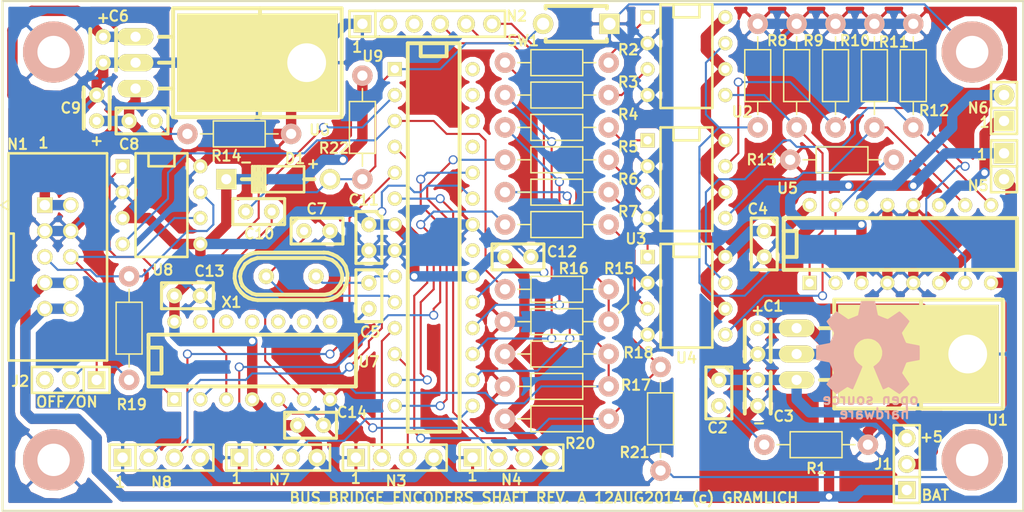
<source format=kicad_pcb>
(kicad_pcb (version 3) (host pcbnew "(2014-jan-25)-product")
  (layers (15 F.Cu signal) (0 B.Cu signal) (18 B.Paste user) (19 F.Paste user) (20 B.SilkS user) (21 F.SilkS user) (22 B.Mask user) (23 F.Mask user) (28 Edge.Cuts user))
  (net 0 "")
  (net 1 /D2)
  (net 2 /D3)
  (net 3 /D4)
  (net 4 /D5)
  (net 5 /D6)
  (net 6 /D7)
  (net 7 /D8)
  (net 8 /D9)
  (net 9 /D10)
  (net 10 /D11)
  (net 11 /D12)
  (net 12 /D13)
  (net 13 /A0)
  (net 14 /A1)
  (net 15 /M5V)
  (net 16 "Net-(C2-Pad2)")
  (net 17 GND)
  (net 18 /MOTOR_POWER)
  (net 19 "Net-(R2-Pad2)")
  (net 20 "Net-(R3-Pad2)")
  (net 21 "Net-(R4-Pad2)")
  (net 22 "Net-(R5-Pad2)")
  (net 23 "Net-(R6-Pad2)")
  (net 24 "Net-(R7-Pad2)")
  (net 25 "Net-(R8-Pad2)")
  (net 26 "Net-(R9-Pad2)")
  (net 27 "Net-(R10-Pad2)")
  (net 28 "Net-(R11-Pad2)")
  (net 29 "Net-(R12-Pad2)")
  (net 30 "Net-(R13-Pad2)")
  (net 31 /M1+)
  (net 32 /M1-)
  (net 33 /M2+)
  (net 34 /M2-)
  (net 35 "Net-(C5-Pad1)")
  (net 36 "Net-(C7-Pad1)")
  (net 37 +5V)
  (net 38 "Net-(C8-Pad2)")
  (net 39 "Net-(C10-Pad1)")
  (net 40 /~RESET)
  (net 41 "Net-(J2-Pad1)")
  (net 42 "Net-(J2-Pad2)")
  (net 43 "Net-(J2-Pad3)")
  (net 44 "Net-(N1-Pad5)")
  (net 45 "Net-(N2-Pad2)")
  (net 46 "Net-(N2-Pad3)")
  (net 47 "Net-(N2-Pad4)")
  (net 48 "Net-(N2-Pad5)")
  (net 49 "Net-(N2-Pad6)")
  (net 50 /TXD)
  (net 51 "Net-(U7-Pad1)")
  (net 52 /RXD)
  (net 53 "Net-(U9-Pad21)")
  (net 54 "Net-(U9-Pad25)")
  (net 55 "Net-(U9-Pad26)")
  (net 56 "Net-(U9-Pad27)")
  (net 57 "Net-(U9-Pad28)")
  (net 58 /BPWR)
  (net 59 /BGND)
  (net 60 /LPWR)
  (module Bus_Bridge_Encoders_Sonar_Rev_A:Capacitor4x3RM2-5_RevB (layer F.Cu) (at 173.99 133.35 270)
    (fp_text reference C1 (at -3.429 -1.524 540) (layer F.SilkS) (effects (font (size 1.016 1.016) (thickness 0.2032))))
    (fp_text value 22uF hide)
    (pad 1 thru_hole circle (at -1.27 0 270) (size 1.50114 1.50114) (drill 0.8001) (layers *.Cu *.Mask F.SilkS) (net 58 /BPWR))
    (pad 2 thru_hole circle (at 1.27 0 270) (size 1.50114 1.50114) (drill 0.8001) (layers *.Cu *.Mask F.SilkS) (net 59 /BGND))
  )
  (module Bus_Bridge_Encoders_Sonar_Rev_A:Capacitor3MMDiscRM2.5 (layer F.Cu) (at 170.18 138.43 270)
    (fp_text reference C2 (at 3.429 0.127 360) (layer F.SilkS) (effects (font (size 1.016 1.016) (thickness 0.2032))))
    (fp_text value .1uF hide)
    (pad 1 thru_hole circle (at -1.27 0 270) (size 1.50114 1.50114) (drill 0.8001) (layers *.Cu *.Mask F.SilkS) (net 15 /M5V))
    (pad 2 thru_hole circle (at 1.27 0 270) (size 1.50114 1.50114) (drill 0.8001) (layers *.Cu *.Mask F.SilkS) (net 16 "Net-(C2-Pad2)"))
  )
  (module Bus_Bridge_Encoders_Sonar_Rev_A:Capacitor4x3RM2-5_RevB (layer F.Cu) (at 173.99 138.43 270)
    (fp_text reference C3 (at 2.286 -2.54 540) (layer F.SilkS) (effects (font (size 1.016 1.016) (thickness 0.2032))))
    (fp_text value 22uF hide)
    (pad 1 thru_hole circle (at -1.27 0 270) (size 1.50114 1.50114) (drill 0.8001) (layers *.Cu *.Mask F.SilkS) (net 15 /M5V))
    (pad 2 thru_hole circle (at 1.27 0 270) (size 1.50114 1.50114) (drill 0.8001) (layers *.Cu *.Mask F.SilkS) (net 59 /BGND))
  )
  (module Bus_Bridge_Encoders_Sonar_Rev_A:Capacitor3MMDiscRM2.5 (layer F.Cu) (at 174.625 123.825 270)
    (fp_text reference C4 (at -3.429 0.635 360) (layer F.SilkS) (effects (font (size 1.016 1.016) (thickness 0.2032))))
    (fp_text value .1uF hide)
    (pad 1 thru_hole circle (at -1.27 0 270) (size 1.50114 1.50114) (drill 0.8001) (layers *.Cu *.Mask F.SilkS) (net 15 /M5V))
    (pad 2 thru_hole circle (at 1.27 0 270) (size 1.50114 1.50114) (drill 0.8001) (layers *.Cu *.Mask F.SilkS) (net 59 /BGND))
  )
  (module Bus_Bridge_Encoders_Sonar_Rev_A:Capacitor3MMDiscRM2.5 (layer F.Cu) (at 135.89 128.905 270)
    (fp_text reference C5 (at 3.556 -0.127 360) (layer F.SilkS) (effects (font (size 1.016 1.016) (thickness 0.2032))))
    (fp_text value 18pF hide)
    (pad 1 thru_hole circle (at -1.27 0 270) (size 1.50114 1.50114) (drill 0.8001) (layers *.Cu *.Mask F.SilkS) (net 35 "Net-(C5-Pad1)"))
    (pad 2 thru_hole circle (at 1.27 0 270) (size 1.50114 1.50114) (drill 0.8001) (layers *.Cu *.Mask F.SilkS) (net 17 GND))
  )
  (module Bus_Bridge_Encoders_Sonar_Rev_A:Capacitor4x3RM2-5_RevB (layer F.Cu) (at 109.855 104.775 270)
    (fp_text reference C6 (at -3.302 -1.524 540) (layer F.SilkS) (effects (font (size 1.016 1.016) (thickness 0.2032))))
    (fp_text value 22uF hide)
    (pad 1 thru_hole circle (at -1.27 0 270) (size 1.50114 1.50114) (drill 0.8001) (layers *.Cu *.Mask F.SilkS) (net 60 /LPWR))
    (pad 2 thru_hole circle (at 1.27 0 270) (size 1.50114 1.50114) (drill 0.8001) (layers *.Cu *.Mask F.SilkS) (net 17 GND))
  )
  (module Bus_Bridge_Encoders_Sonar_Rev_A:Capacitor3MMDiscRM2.5 (layer F.Cu) (at 130.81 122.555)
    (fp_text reference C7 (at -0.04 -2.17) (layer F.SilkS) (effects (font (size 1.016 1.016) (thickness 0.2032))))
    (fp_text value 18pF hide)
    (pad 1 thru_hole circle (at -1.27 0) (size 1.50114 1.50114) (drill 0.8001) (layers *.Cu *.Mask F.SilkS) (net 36 "Net-(C7-Pad1)"))
    (pad 2 thru_hole circle (at 1.27 0) (size 1.50114 1.50114) (drill 0.8001) (layers *.Cu *.Mask F.SilkS) (net 17 GND))
  )
  (module Bus_Bridge_Encoders_Sonar_Rev_A:Capacitor3MMDiscRM2.5 (layer F.Cu) (at 113.665 111.76)
    (fp_text reference C8 (at -1.27 2.286) (layer F.SilkS) (effects (font (size 1.016 1.016) (thickness 0.2032))))
    (fp_text value .1uF hide)
    (pad 1 thru_hole circle (at -1.27 0) (size 1.50114 1.50114) (drill 0.8001) (layers *.Cu *.Mask F.SilkS) (net 37 +5V))
    (pad 2 thru_hole circle (at 1.27 0) (size 1.50114 1.50114) (drill 0.8001) (layers *.Cu *.Mask F.SilkS) (net 38 "Net-(C8-Pad2)"))
  )
  (module Bus_Bridge_Encoders_Sonar_Rev_A:Capacitor4x3RM2-5_RevB (layer F.Cu) (at 109.22 110.49 90)
    (fp_text reference C9 (at 0 -2.54 360) (layer F.SilkS) (effects (font (size 1.016 1.016) (thickness 0.2032))))
    (fp_text value 22uF hide)
    (pad 1 thru_hole circle (at -1.27 0 90) (size 1.50114 1.50114) (drill 0.8001) (layers *.Cu *.Mask F.SilkS) (net 37 +5V))
    (pad 2 thru_hole circle (at 1.27 0 90) (size 1.50114 1.50114) (drill 0.8001) (layers *.Cu *.Mask F.SilkS) (net 17 GND))
  )
  (module Bus_Bridge_Encoders_Sonar_Rev_A:Capacitor3MMDiscRM2.5 (layer F.Cu) (at 125.095 120.65 180)
    (fp_text reference C10 (at -0.04 -2.17 180) (layer F.SilkS) (effects (font (size 1.016 1.016) (thickness 0.2032))))
    (fp_text value .1uF hide)
    (pad 1 thru_hole circle (at -1.27 0 180) (size 1.50114 1.50114) (drill 0.8001) (layers *.Cu *.Mask F.SilkS) (net 39 "Net-(C10-Pad1)"))
    (pad 2 thru_hole circle (at 1.27 0 180) (size 1.50114 1.50114) (drill 0.8001) (layers *.Cu *.Mask F.SilkS) (net 40 /~RESET))
  )
  (module Bus_Bridge_Encoders_Sonar_Rev_A:Capacitor3MMDiscRM2.5 (layer F.Cu) (at 135.89 123.19 270)
    (fp_text reference C11 (at -3.683 0.508 360) (layer F.SilkS) (effects (font (size 1.016 1.016) (thickness 0.2032))))
    (fp_text value .1uF hide)
    (pad 1 thru_hole circle (at -1.27 0 270) (size 1.50114 1.50114) (drill 0.8001) (layers *.Cu *.Mask F.SilkS) (net 37 +5V))
    (pad 2 thru_hole circle (at 1.27 0 270) (size 1.50114 1.50114) (drill 0.8001) (layers *.Cu *.Mask F.SilkS) (net 17 GND))
  )
  (module Bus_Bridge_Encoders_Sonar_Rev_A:Capacitor3MMDiscRM2.5 (layer F.Cu) (at 150.495 125.095)
    (fp_text reference C12 (at 4.318 -0.508) (layer F.SilkS) (effects (font (size 1.016 1.016) (thickness 0.2032))))
    (fp_text value .1uF hide)
    (pad 1 thru_hole circle (at -1.27 0) (size 1.50114 1.50114) (drill 0.8001) (layers *.Cu *.Mask F.SilkS) (net 37 +5V))
    (pad 2 thru_hole circle (at 1.27 0) (size 1.50114 1.50114) (drill 0.8001) (layers *.Cu *.Mask F.SilkS) (net 17 GND))
  )
  (module Bus_Bridge_Encoders_Sonar_Rev_A:Capacitor3MMDiscRM2.5 (layer F.Cu) (at 118.11 128.905)
    (fp_text reference C13 (at 2.159 -2.413) (layer F.SilkS) (effects (font (size 1.016 1.016) (thickness 0.2032))))
    (fp_text value .1uF hide)
    (pad 1 thru_hole circle (at -1.27 0) (size 1.50114 1.50114) (drill 0.8001) (layers *.Cu *.Mask F.SilkS) (net 37 +5V))
    (pad 2 thru_hole circle (at 1.27 0) (size 1.50114 1.50114) (drill 0.8001) (layers *.Cu *.Mask F.SilkS) (net 17 GND))
  )
  (module Bus_Bridge_Encoders_Sonar_Rev_A:Capacitor3MMDiscRM2.5 (layer F.Cu) (at 130.175 141.605)
    (fp_text reference C14 (at 4.064 -1.27) (layer F.SilkS) (effects (font (size 1.016 1.016) (thickness 0.2032))))
    (fp_text value .1uF hide)
    (pad 1 thru_hole circle (at -1.27 0) (size 1.50114 1.50114) (drill 0.8001) (layers *.Cu *.Mask F.SilkS) (net 37 +5V))
    (pad 2 thru_hole circle (at 1.27 0) (size 1.50114 1.50114) (drill 0.8001) (layers *.Cu *.Mask F.SilkS) (net 17 GND))
  )
  (module Bus_Bridge_Encoders_Sonar_Rev_A:Diode_DO-41_SOD81_Horizontal_RM10 (layer F.Cu) (at 127 117.475 180)
    (fp_text reference D1 (at -1.651 2.032 180) (layer F.SilkS) (effects (font (size 1.016 1.016) (thickness 0.2032))))
    (fp_text value SD101C-TR hide)
    (fp_text user - (at 3.14 1.71 180) (layer F.SilkS) (effects (font (size 1.016 1.016) (thickness 0.2032))))
    (fp_text user + (at -3.42 1.56 180) (layer F.SilkS) (effects (font (size 1.016 1.016) (thickness 0.2032))))
    (pad + thru_hole circle (at -5.08 0 180) (size 1.99898 1.99898) (drill 1.27) (layers *.Cu *.Mask F.SilkS) (net 40 /~RESET))
    (pad - thru_hole rect (at 5.08 0 180) (size 1.99898 1.99898) (drill 1.00076) (layers *.Cu *.Mask F.SilkS) (net 37 +5V))
  )
  (module Bus_Bridge_Encoders_Sonar_Rev_A:OSHW_LOGO_400mil (layer B.Cu) (at 184.785 133.985)
    (fp_text reference G1 hide)
    (fp_text value OSHW_LOGO hide)
  )
  (module Bus_Bridge_Encoders_Sonar_Rev_A:MountingHole_3mm (layer F.Cu) (at 105 105)
    (fp_text reference H1 (at 0 0) (layer F.SilkS) (effects (font (size 1.016 1.016) (thickness 0.2032))))
    (fp_text value 3MM_HOLE hide)
    (pad 1 thru_hole circle (at 0 0) (size 6 6) (drill 3.175) (layers *.Cu *.SilkS *.Mask) (net 17 GND))
  )
  (module Bus_Bridge_Encoders_Sonar_Rev_A:MountingHole_3mm (layer F.Cu) (at 195 105)
    (fp_text reference H2 (at 0 0) (layer F.SilkS) (effects (font (size 1.016 1.016) (thickness 0.2032))))
    (fp_text value 3MM_HOLE hide)
    (pad 1 thru_hole circle (at 0 0) (size 6 6) (drill 3.175) (layers *.Cu *.SilkS *.Mask) (net 17 GND))
  )
  (module Bus_Bridge_Encoders_Sonar_Rev_A:MountingHole_3mm (layer F.Cu) (at 105 145)
    (fp_text reference H3 (at 0 0) (layer F.SilkS) (effects (font (size 1.016 1.016) (thickness 0.2032))))
    (fp_text value 3MM_HOLE hide)
    (pad 1 thru_hole circle (at 0 0) (size 6 6) (drill 3.175) (layers *.Cu *.SilkS *.Mask) (net 17 GND))
  )
  (module Bus_Bridge_Encoders_Sonar_Rev_A:MountingHole_3mm (layer F.Cu) (at 195 145)
    (fp_text reference H4 (at 0 0) (layer F.SilkS) (effects (font (size 1.016 1.016) (thickness 0.2032))))
    (fp_text value 3MM_HOLE hide)
    (pad 1 thru_hole circle (at 0 0) (size 6 6) (drill 3.175) (layers *.Cu *.SilkS *.Mask) (net 17 GND))
  )
  (module Bus_Bridge_Encoders_Sonar_Rev_A:Pin_Header_Straight_1x03 (layer F.Cu) (at 188.595 145.415 90)
    (fp_text reference J1 (at 0 -2.286 180) (layer F.SilkS) (effects (font (size 1.016 1.016) (thickness 0.2032))))
    (fp_text value POWER_SELECT hide)
    (pad 1 thru_hole rect (at -2.54 0 90) (size 1.7272 1.7272) (drill 1.016) (layers *.Cu *.Mask F.SilkS) (net 58 /BPWR))
    (pad 2 thru_hole circle (at 0 0 90) (size 1.7272 1.7272) (drill 1.016) (layers *.Cu *.Mask F.SilkS) (net 18 /MOTOR_POWER))
    (pad 3 thru_hole circle (at 2.54 0 90) (size 1.7272 1.7272) (drill 1.016) (layers *.Cu *.Mask F.SilkS) (net 15 /M5V))
  )
  (module Bus_Bridge_Encoders_Sonar_Rev_A:Pin_Header_Straight_1x03 (layer F.Cu) (at 106.68 137.16 180)
    (fp_text reference J2 (at 4.953 -0.127 180) (layer F.SilkS) (effects (font (size 1.016 1.016) (thickness 0.2032))))
    (fp_text value TERMINATE_JUMPER hide)
    (pad 1 thru_hole rect (at -2.54 0 180) (size 1.7272 1.7272) (drill 1.016) (layers *.Cu *.Mask F.SilkS) (net 41 "Net-(J2-Pad1)"))
    (pad 2 thru_hole circle (at 0 0 180) (size 1.7272 1.7272) (drill 1.016) (layers *.Cu *.Mask F.SilkS) (net 42 "Net-(J2-Pad2)"))
    (pad 3 thru_hole circle (at 2.54 0 180) (size 1.7272 1.7272) (drill 1.016) (layers *.Cu *.Mask F.SilkS) (net 43 "Net-(J2-Pad3)"))
  )
  (module Bus_Bridge_Encoders_Sonar_Rev_A:Pin_Header_Straight_1x04 (layer F.Cu) (at 138.43 144.78)
    (fp_text reference N3 (at 0.127 2.286) (layer F.SilkS) (effects (font (size 1.016 1.016) (thickness 0.2032))))
    (fp_text value ENCODER_CONNECTOR hide)
    (pad 1 thru_hole rect (at -3.81 0) (size 1.7272 1.7272) (drill 1.016) (layers *.Cu *.Mask F.SilkS) (net 17 GND))
    (pad 2 thru_hole oval (at -1.27 0) (size 1.7272 1.7272) (drill 1.016) (layers *.Cu *.Mask F.SilkS) (net 4 /D5))
    (pad 3 thru_hole oval (at 1.27 0) (size 1.7272 1.7272) (drill 1.016) (layers *.Cu *.Mask F.SilkS) (net 5 /D6))
    (pad 4 thru_hole oval (at 3.81 0) (size 1.7272 1.7272) (drill 1.016) (layers *.Cu *.Mask F.SilkS) (net 37 +5V))
  )
  (module Bus_Bridge_Encoders_Sonar_Rev_A:Pin_Header_Straight_1x04 (layer F.Cu) (at 149.86 144.78)
    (fp_text reference N4 (at 0 2.159) (layer F.SilkS) (effects (font (size 1.016 1.016) (thickness 0.2032))))
    (fp_text value ENCODER_CONNECTOR hide)
    (pad 1 thru_hole rect (at -3.81 0) (size 1.7272 1.7272) (drill 1.016) (layers *.Cu *.Mask F.SilkS) (net 17 GND))
    (pad 2 thru_hole oval (at -1.27 0) (size 1.7272 1.7272) (drill 1.016) (layers *.Cu *.Mask F.SilkS) (net 1 /D2))
    (pad 3 thru_hole oval (at 1.27 0) (size 1.7272 1.7272) (drill 1.016) (layers *.Cu *.Mask F.SilkS) (net 3 /D4))
    (pad 4 thru_hole oval (at 3.81 0) (size 1.7272 1.7272) (drill 1.016) (layers *.Cu *.Mask F.SilkS) (net 37 +5V))
  )
  (module Bus_Bridge_Encoders_Sonar_Rev_A:Pin_Header_Straight_1x02 (layer F.Cu) (at 198.12 116.205 270)
    (fp_text reference N5 (at 1.905 2.54 360) (layer F.SilkS) (effects (font (size 1.016 1.016) (thickness 0.2032))))
    (fp_text value MOTOR_CONNECTOR hide)
    (pad 1 thru_hole rect (at -1.27 0 270) (size 2.032 2.032) (drill 1.016) (layers *.Cu *.Mask F.SilkS) (net 31 /M1+))
    (pad 2 thru_hole oval (at 1.27 0 270) (size 2.032 2.032) (drill 1.016) (layers *.Cu *.Mask F.SilkS) (net 32 /M1-))
  )
  (module Bus_Bridge_Encoders_Sonar_Rev_A:Pin_Header_Straight_1x02 (layer F.Cu) (at 198.12 110.49 90)
    (fp_text reference N6 (at 0 -2.54 180) (layer F.SilkS) (effects (font (size 1.016 1.016) (thickness 0.2032))))
    (fp_text value MOTOR_CONNECTOR hide)
    (pad 1 thru_hole rect (at -1.27 0 90) (size 2.032 2.032) (drill 1.016) (layers *.Cu *.Mask F.SilkS) (net 33 /M2+))
    (pad 2 thru_hole oval (at 1.27 0 90) (size 2.032 2.032) (drill 1.016) (layers *.Cu *.Mask F.SilkS) (net 34 /M2-))
  )
  (module Bus_Bridge_Encoders_Sonar_Rev_A:Pin_Header_Straight_1x04 (layer F.Cu) (at 127 144.78)
    (fp_text reference N7 (at 0.127 2.159) (layer F.SilkS) (effects (font (size 1.016 1.016) (thickness 0.2032))))
    (fp_text value HC_SR04_CONNECTOR hide)
    (pad 1 thru_hole rect (at -3.81 0) (size 1.7272 1.7272) (drill 1.016) (layers *.Cu *.Mask F.SilkS) (net 17 GND))
    (pad 2 thru_hole oval (at -1.27 0) (size 1.7272 1.7272) (drill 1.016) (layers *.Cu *.Mask F.SilkS) (net 14 /A1))
    (pad 3 thru_hole oval (at 1.27 0) (size 1.7272 1.7272) (drill 1.016) (layers *.Cu *.Mask F.SilkS) (net 8 /D9))
    (pad 4 thru_hole oval (at 3.81 0) (size 1.7272 1.7272) (drill 1.016) (layers *.Cu *.Mask F.SilkS) (net 37 +5V))
  )
  (module Bus_Bridge_Encoders_Sonar_Rev_A:Pin_Header_Straight_1x04 (layer F.Cu) (at 115.57 144.78)
    (fp_text reference N8 (at 0 2.413) (layer F.SilkS) (effects (font (size 1.016 1.016) (thickness 0.2032))))
    (fp_text value HC_SR04_CONNECTOR hide)
    (pad 1 thru_hole rect (at -3.81 0) (size 1.7272 1.7272) (drill 1.016) (layers *.Cu *.Mask F.SilkS) (net 17 GND))
    (pad 2 thru_hole oval (at -1.27 0) (size 1.7272 1.7272) (drill 1.016) (layers *.Cu *.Mask F.SilkS) (net 13 /A0))
    (pad 3 thru_hole oval (at 1.27 0) (size 1.7272 1.7272) (drill 1.016) (layers *.Cu *.Mask F.SilkS) (net 2 /D3))
    (pad 4 thru_hole oval (at 3.81 0) (size 1.7272 1.7272) (drill 1.016) (layers *.Cu *.Mask F.SilkS) (net 37 +5V))
  )
  (module Bus_Bridge_Encoders_Sonar_Rev_A:Resistor_Horizontal_400 (layer F.Cu) (at 179.705 143.51 180)
    (fp_text reference R1 (at -0.03 -2.33 180) (layer F.SilkS) (effects (font (size 1.016 1.016) (thickness 0.2032))))
    (fp_text value .47 hide)
    (pad 1 thru_hole circle (at -5.08 0 180) (size 1.99898 1.99898) (drill 1.00076) (layers *.Cu *.SilkS *.Mask) (net 59 /BGND))
    (pad 2 thru_hole circle (at 5.08 0 180) (size 1.99898 1.99898) (drill 1.00076) (layers *.Cu *.SilkS *.Mask) (net 16 "Net-(C2-Pad2)"))
  )
  (module Bus_Bridge_Encoders_Sonar_Rev_A:Resistor_Horizontal_400 (layer F.Cu) (at 154.305 106.045)
    (fp_text reference R2 (at 6.985 -1.27) (layer F.SilkS) (effects (font (size 1.016 1.016) (thickness 0.2032))))
    (fp_text value 470 hide)
    (pad 1 thru_hole circle (at -5.08 0) (size 1.99898 1.99898) (drill 1.00076) (layers *.Cu *.SilkS *.Mask) (net 12 /D13))
    (pad 2 thru_hole circle (at 5.08 0) (size 1.99898 1.99898) (drill 1.00076) (layers *.Cu *.SilkS *.Mask) (net 19 "Net-(R2-Pad2)"))
  )
  (module Bus_Bridge_Encoders_Sonar_Rev_A:Resistor_Horizontal_400 (layer F.Cu) (at 154.305 109.22)
    (fp_text reference R3 (at 6.985 -1.27) (layer F.SilkS) (effects (font (size 1.016 1.016) (thickness 0.2032))))
    (fp_text value 470 hide)
    (pad 1 thru_hole circle (at -5.08 0) (size 1.99898 1.99898) (drill 1.00076) (layers *.Cu *.SilkS *.Mask) (net 10 /D11))
    (pad 2 thru_hole circle (at 5.08 0) (size 1.99898 1.99898) (drill 1.00076) (layers *.Cu *.SilkS *.Mask) (net 20 "Net-(R3-Pad2)"))
  )
  (module Bus_Bridge_Encoders_Sonar_Rev_A:Resistor_Horizontal_400 (layer F.Cu) (at 154.305 112.395)
    (fp_text reference R4 (at 6.985 -1.27) (layer F.SilkS) (effects (font (size 1.016 1.016) (thickness 0.2032))))
    (fp_text value 470 hide)
    (pad 1 thru_hole circle (at -5.08 0) (size 1.99898 1.99898) (drill 1.00076) (layers *.Cu *.SilkS *.Mask) (net 11 /D12))
    (pad 2 thru_hole circle (at 5.08 0) (size 1.99898 1.99898) (drill 1.00076) (layers *.Cu *.SilkS *.Mask) (net 21 "Net-(R4-Pad2)"))
  )
  (module Bus_Bridge_Encoders_Sonar_Rev_A:Resistor_Horizontal_400 (layer F.Cu) (at 154.305 115.57)
    (fp_text reference R5 (at 6.985 -1.27) (layer F.SilkS) (effects (font (size 1.016 1.016) (thickness 0.2032))))
    (fp_text value 470 hide)
    (pad 1 thru_hole circle (at -5.08 0) (size 1.99898 1.99898) (drill 1.00076) (layers *.Cu *.SilkS *.Mask) (net 7 /D8))
    (pad 2 thru_hole circle (at 5.08 0) (size 1.99898 1.99898) (drill 1.00076) (layers *.Cu *.SilkS *.Mask) (net 22 "Net-(R5-Pad2)"))
  )
  (module Bus_Bridge_Encoders_Sonar_Rev_A:Resistor_Horizontal_400 (layer F.Cu) (at 154.305 118.745)
    (fp_text reference R6 (at 6.985 -1.27) (layer F.SilkS) (effects (font (size 1.016 1.016) (thickness 0.2032))))
    (fp_text value 470 hide)
    (pad 1 thru_hole circle (at -5.08 0) (size 1.99898 1.99898) (drill 1.00076) (layers *.Cu *.SilkS *.Mask) (net 9 /D10))
    (pad 2 thru_hole circle (at 5.08 0) (size 1.99898 1.99898) (drill 1.00076) (layers *.Cu *.SilkS *.Mask) (net 23 "Net-(R6-Pad2)"))
  )
  (module Bus_Bridge_Encoders_Sonar_Rev_A:Resistor_Horizontal_400 (layer F.Cu) (at 154.305 121.92)
    (fp_text reference R7 (at 6.985 -1.27) (layer F.SilkS) (effects (font (size 1.016 1.016) (thickness 0.2032))))
    (fp_text value 470 hide)
    (pad 1 thru_hole circle (at -5.08 0) (size 1.99898 1.99898) (drill 1.00076) (layers *.Cu *.SilkS *.Mask) (net 6 /D7))
    (pad 2 thru_hole circle (at 5.08 0) (size 1.99898 1.99898) (drill 1.00076) (layers *.Cu *.SilkS *.Mask) (net 24 "Net-(R7-Pad2)"))
  )
  (module Bus_Bridge_Encoders_Sonar_Rev_A:Resistor_Horizontal_400 (layer F.Cu) (at 173.99 107.315 270)
    (fp_text reference R8 (at -3.429 -1.905 360) (layer F.SilkS) (effects (font (size 1.016 1.016) (thickness 0.2032))))
    (fp_text value 10K hide)
    (pad 1 thru_hole circle (at -5.08 0 270) (size 1.99898 1.99898) (drill 1.00076) (layers *.Cu *.SilkS *.Mask) (net 59 /BGND))
    (pad 2 thru_hole circle (at 5.08 0 270) (size 1.99898 1.99898) (drill 1.00076) (layers *.Cu *.SilkS *.Mask) (net 25 "Net-(R8-Pad2)"))
  )
  (module Bus_Bridge_Encoders_Sonar_Rev_A:Resistor_Horizontal_400 (layer F.Cu) (at 177.8 107.315 270)
    (fp_text reference R9 (at -3.429 -1.651 360) (layer F.SilkS) (effects (font (size 1.016 1.016) (thickness 0.2032))))
    (fp_text value 10K hide)
    (pad 1 thru_hole circle (at -5.08 0 270) (size 1.99898 1.99898) (drill 1.00076) (layers *.Cu *.SilkS *.Mask) (net 59 /BGND))
    (pad 2 thru_hole circle (at 5.08 0 270) (size 1.99898 1.99898) (drill 1.00076) (layers *.Cu *.SilkS *.Mask) (net 26 "Net-(R9-Pad2)"))
  )
  (module Bus_Bridge_Encoders_Sonar_Rev_A:Resistor_Horizontal_400 (layer F.Cu) (at 181.61 107.315 270)
    (fp_text reference R10 (at -3.429 -1.905 360) (layer F.SilkS) (effects (font (size 1.016 1.016) (thickness 0.2032))))
    (fp_text value 10K hide)
    (pad 1 thru_hole circle (at -5.08 0 270) (size 1.99898 1.99898) (drill 1.00076) (layers *.Cu *.SilkS *.Mask) (net 59 /BGND))
    (pad 2 thru_hole circle (at 5.08 0 270) (size 1.99898 1.99898) (drill 1.00076) (layers *.Cu *.SilkS *.Mask) (net 27 "Net-(R10-Pad2)"))
  )
  (module Bus_Bridge_Encoders_Sonar_Rev_A:Resistor_Horizontal_400 (layer F.Cu) (at 185.42 107.315 270)
    (fp_text reference R11 (at -3.302 -1.905 360) (layer F.SilkS) (effects (font (size 1.016 1.016) (thickness 0.2032))))
    (fp_text value 10K hide)
    (pad 1 thru_hole circle (at -5.08 0 270) (size 1.99898 1.99898) (drill 1.00076) (layers *.Cu *.SilkS *.Mask) (net 59 /BGND))
    (pad 2 thru_hole circle (at 5.08 0 270) (size 1.99898 1.99898) (drill 1.00076) (layers *.Cu *.SilkS *.Mask) (net 28 "Net-(R11-Pad2)"))
  )
  (module Bus_Bridge_Encoders_Sonar_Rev_A:Resistor_Horizontal_400 (layer F.Cu) (at 189.23 107.315 270)
    (fp_text reference R12 (at 3.429 -2.032 360) (layer F.SilkS) (effects (font (size 1.016 1.016) (thickness 0.2032))))
    (fp_text value 10K hide)
    (pad 1 thru_hole circle (at -5.08 0 270) (size 1.99898 1.99898) (drill 1.00076) (layers *.Cu *.SilkS *.Mask) (net 59 /BGND))
    (pad 2 thru_hole circle (at 5.08 0 270) (size 1.99898 1.99898) (drill 1.00076) (layers *.Cu *.SilkS *.Mask) (net 29 "Net-(R12-Pad2)"))
  )
  (module Bus_Bridge_Encoders_Sonar_Rev_A:Resistor_Horizontal_400 (layer F.Cu) (at 182.245 115.57)
    (fp_text reference R13 (at -7.874 0) (layer F.SilkS) (effects (font (size 1.016 1.016) (thickness 0.2032))))
    (fp_text value 10K hide)
    (pad 1 thru_hole circle (at -5.08 0) (size 1.99898 1.99898) (drill 1.00076) (layers *.Cu *.SilkS *.Mask) (net 59 /BGND))
    (pad 2 thru_hole circle (at 5.08 0) (size 1.99898 1.99898) (drill 1.00076) (layers *.Cu *.SilkS *.Mask) (net 30 "Net-(R13-Pad2)"))
  )
  (module Bus_Bridge_Encoders_Sonar_Rev_A:Resistor_Horizontal_400 (layer F.Cu) (at 123.19 113.03 180)
    (fp_text reference R14 (at 1.27 -2.159 180) (layer F.SilkS) (effects (font (size 1.016 1.016) (thickness 0.2032))))
    (fp_text value .47 hide)
    (pad 1 thru_hole circle (at -5.08 0 180) (size 1.99898 1.99898) (drill 1.00076) (layers *.Cu *.SilkS *.Mask) (net 17 GND))
    (pad 2 thru_hole circle (at 5.08 0 180) (size 1.99898 1.99898) (drill 1.00076) (layers *.Cu *.SilkS *.Mask) (net 38 "Net-(C8-Pad2)"))
  )
  (module Bus_Bridge_Encoders_Sonar_Rev_A:Resistor_Horizontal_400 (layer F.Cu) (at 154.305 128.27 180)
    (fp_text reference R15 (at -6.096 2.032 180) (layer F.SilkS) (effects (font (size 1.016 1.016) (thickness 0.2032))))
    (fp_text value 22K hide)
    (pad 1 thru_hole circle (at -5.08 0 180) (size 1.99898 1.99898) (drill 1.00076) (layers *.Cu *.SilkS *.Mask) (net 48 "Net-(N2-Pad5)"))
    (pad 2 thru_hole circle (at 5.08 0 180) (size 1.99898 1.99898) (drill 1.00076) (layers *.Cu *.SilkS *.Mask) (net 50 /TXD))
  )
  (module Bus_Bridge_Encoders_Sonar_Rev_A:Resistor_Horizontal_400 (layer F.Cu) (at 154.305 131.445)
    (fp_text reference R16 (at 1.651 -5.207) (layer F.SilkS) (effects (font (size 1.016 1.016) (thickness 0.2032))))
    (fp_text value 33K hide)
    (pad 1 thru_hole circle (at -5.08 0) (size 1.99898 1.99898) (drill 1.00076) (layers *.Cu *.SilkS *.Mask) (net 17 GND))
    (pad 2 thru_hole circle (at 5.08 0) (size 1.99898 1.99898) (drill 1.00076) (layers *.Cu *.SilkS *.Mask) (net 48 "Net-(N2-Pad5)"))
  )
  (module Bus_Bridge_Encoders_Sonar_Rev_A:Resistor_Horizontal_400 (layer F.Cu) (at 154.305 134.62 180)
    (fp_text reference R17 (at -7.747 -3.048 180) (layer F.SilkS) (effects (font (size 1.016 1.016) (thickness 0.2032))))
    (fp_text value 22K hide)
    (pad 1 thru_hole circle (at -5.08 0 180) (size 1.99898 1.99898) (drill 1.00076) (layers *.Cu *.SilkS *.Mask) (net 47 "Net-(N2-Pad4)"))
    (pad 2 thru_hole circle (at 5.08 0 180) (size 1.99898 1.99898) (drill 1.00076) (layers *.Cu *.SilkS *.Mask) (net 37 +5V))
  )
  (module Bus_Bridge_Encoders_Sonar_Rev_A:Resistor_Horizontal_400 (layer F.Cu) (at 154.305 137.795)
    (fp_text reference R18 (at 8.001 -3.302) (layer F.SilkS) (effects (font (size 1.016 1.016) (thickness 0.2032))))
    (fp_text value 33K hide)
    (pad 1 thru_hole circle (at -5.08 0) (size 1.99898 1.99898) (drill 1.00076) (layers *.Cu *.SilkS *.Mask) (net 17 GND))
    (pad 2 thru_hole circle (at 5.08 0) (size 1.99898 1.99898) (drill 1.00076) (layers *.Cu *.SilkS *.Mask) (net 47 "Net-(N2-Pad4)"))
  )
  (module Bus_Bridge_Encoders_Sonar_Rev_A:Resistor_Horizontal_400 (layer F.Cu) (at 112.395 132.08 270)
    (fp_text reference R19 (at 7.493 -0.254 360) (layer F.SilkS) (effects (font (size 1.016 1.016) (thickness 0.2032))))
    (fp_text value .47 hide)
    (pad 1 thru_hole circle (at -5.08 0 270) (size 1.99898 1.99898) (drill 1.00076) (layers *.Cu *.SilkS *.Mask) (net 44 "Net-(N1-Pad5)"))
    (pad 2 thru_hole circle (at 5.08 0 270) (size 1.99898 1.99898) (drill 1.00076) (layers *.Cu *.SilkS *.Mask) (net 42 "Net-(J2-Pad2)"))
  )
  (module Bus_Bridge_Encoders_Sonar_Rev_A:Resistor_Horizontal_400 (layer F.Cu) (at 154.305 140.97 180)
    (fp_text reference R20 (at -2.286 -2.413 180) (layer F.SilkS) (effects (font (size 1.016 1.016) (thickness 0.2032))))
    (fp_text value 22K hide)
    (pad 1 thru_hole circle (at -5.08 0 180) (size 1.99898 1.99898) (drill 1.00076) (layers *.Cu *.SilkS *.Mask) (net 49 "Net-(N2-Pad6)"))
    (pad 2 thru_hole circle (at 5.08 0 180) (size 1.99898 1.99898) (drill 1.00076) (layers *.Cu *.SilkS *.Mask) (net 37 +5V))
  )
  (module Bus_Bridge_Encoders_Sonar_Rev_A:Resistor_Horizontal_400 (layer F.Cu) (at 164.465 140.97 90)
    (fp_text reference R21 (at -3.302 -2.54 180) (layer F.SilkS) (effects (font (size 1.016 1.016) (thickness 0.2032))))
    (fp_text value 33K hide)
    (pad 1 thru_hole circle (at -5.08 0 90) (size 1.99898 1.99898) (drill 1.00076) (layers *.Cu *.SilkS *.Mask) (net 17 GND))
    (pad 2 thru_hole circle (at 5.08 0 90) (size 1.99898 1.99898) (drill 1.00076) (layers *.Cu *.SilkS *.Mask) (net 49 "Net-(N2-Pad6)"))
  )
  (module Bus_Bridge_Encoders_Sonar_Rev_A:Resistor_Horizontal_400 (layer F.Cu) (at 135.255 112.395 90)
    (fp_text reference R22 (at -2.032 -2.794 180) (layer F.SilkS) (effects (font (size 1.016 1.016) (thickness 0.2032))))
    (fp_text value 10K hide)
    (pad 1 thru_hole circle (at -5.08 0 90) (size 1.99898 1.99898) (drill 1.00076) (layers *.Cu *.SilkS *.Mask) (net 40 /~RESET))
    (pad 2 thru_hole circle (at 5.08 0 90) (size 1.99898 1.99898) (drill 1.00076) (layers *.Cu *.SilkS *.Mask) (net 37 +5V))
  )
  (module Bus_Bridge_Encoders_Sonar_Rev_A:Button_6.5MM (layer F.Cu) (at 156.21 102.235 180)
    (fp_text reference SW1 (at 5.207 -1.651 180) (layer F.SilkS) (effects (font (size 1.016 1.016) (thickness 0.2032))))
    (fp_text value MJTP1243 hide)
    (pad 1 thru_hole rect (at -3.2512 0 180) (size 1.99898 1.99898) (drill 1.19888) (layers *.Cu *.Mask F.SilkS) (net 17 GND))
    (pad 2 thru_hole circle (at 3.2512 0 180) (size 1.99898 1.99898) (drill 1.19888) (layers *.Cu *.Mask F.SilkS) (net 40 /~RESET))
  )
  (module Bus_Bridge_Encoders_Sonar_Rev_A:TO-220_Neutral123_Horizontal_LargePads (layer F.Cu) (at 177.8 134.62 270)
    (fp_text reference U1 (at 6.477 -19.685 360) (layer F.SilkS) (effects (font (size 1.016 1.016) (thickness 0.2032))))
    (fp_text value LM2940 hide)
    (pad 2 thru_hole oval (at 0 0) (size 3.50012 1.69926) (drill 1.00076) (layers *.Cu *.Mask F.SilkS) (net 59 /BGND))
    (pad 1 thru_hole oval (at -2.54 0) (size 3.50012 1.69926) (drill 1.00076) (layers *.Cu *.Mask F.SilkS) (net 58 /BPWR))
    (pad 3 thru_hole oval (at 2.54 0) (size 3.50012 1.69926) (drill 1.00076) (layers *.Cu *.Mask F.SilkS) (net 15 /M5V))
    (pad 2 thru_hole rect (at 0 -16.764) (size 15.748 9.652) (drill 3.79984 (offset -4.826 0)) (layers *.Cu F.SilkS F.Mask) (net 59 /BGND))
  )
  (module Bus_Bridge_Encoders_Sonar_Rev_A:DIP-8__300 (layer F.Cu) (at 167.005 105.41 270)
    (fp_text reference U2 (at 5.461 -5.461 360) (layer F.SilkS) (effects (font (size 1.016 1.016) (thickness 0.2032))))
    (fp_text value LTV-826 hide)
    (pad 1 thru_hole rect (at -3.81 3.81 270) (size 1.397 1.397) (drill 0.8128) (layers *.Cu *.Mask F.SilkS) (net 19 "Net-(R2-Pad2)"))
    (pad 2 thru_hole circle (at -1.27 3.81 270) (size 1.397 1.397) (drill 0.8128) (layers *.Cu *.Mask F.SilkS) (net 17 GND))
    (pad 3 thru_hole circle (at 1.27 3.81 270) (size 1.397 1.397) (drill 0.8128) (layers *.Cu *.Mask F.SilkS) (net 20 "Net-(R3-Pad2)"))
    (pad 4 thru_hole circle (at 3.81 3.81 270) (size 1.397 1.397) (drill 0.8128) (layers *.Cu *.Mask F.SilkS) (net 17 GND))
    (pad 5 thru_hole circle (at 3.81 -3.81 270) (size 1.397 1.397) (drill 0.8128) (layers *.Cu *.Mask F.SilkS) (net 26 "Net-(R9-Pad2)"))
    (pad 6 thru_hole circle (at 1.27 -3.81 270) (size 1.397 1.397) (drill 0.8128) (layers *.Cu *.Mask F.SilkS) (net 15 /M5V))
    (pad 7 thru_hole circle (at -1.27 -3.81 270) (size 1.397 1.397) (drill 0.8128) (layers *.Cu *.Mask F.SilkS) (net 25 "Net-(R8-Pad2)"))
    (pad 8 thru_hole circle (at -3.81 -3.81 270) (size 1.397 1.397) (drill 0.8128) (layers *.Cu *.Mask F.SilkS) (net 15 /M5V))
  )
  (module Bus_Bridge_Encoders_Sonar_Rev_A:DIP-8__300 (layer F.Cu) (at 167.005 117.475 270)
    (fp_text reference U3 (at 5.842 4.953 360) (layer F.SilkS) (effects (font (size 1.016 1.016) (thickness 0.2032))))
    (fp_text value LTV-826 hide)
    (pad 1 thru_hole rect (at -3.81 3.81 270) (size 1.397 1.397) (drill 0.8128) (layers *.Cu *.Mask F.SilkS) (net 21 "Net-(R4-Pad2)"))
    (pad 2 thru_hole circle (at -1.27 3.81 270) (size 1.397 1.397) (drill 0.8128) (layers *.Cu *.Mask F.SilkS) (net 17 GND))
    (pad 3 thru_hole circle (at 1.27 3.81 270) (size 1.397 1.397) (drill 0.8128) (layers *.Cu *.Mask F.SilkS) (net 22 "Net-(R5-Pad2)"))
    (pad 4 thru_hole circle (at 3.81 3.81 270) (size 1.397 1.397) (drill 0.8128) (layers *.Cu *.Mask F.SilkS) (net 17 GND))
    (pad 5 thru_hole circle (at 3.81 -3.81 270) (size 1.397 1.397) (drill 0.8128) (layers *.Cu *.Mask F.SilkS) (net 28 "Net-(R11-Pad2)"))
    (pad 6 thru_hole circle (at 1.27 -3.81 270) (size 1.397 1.397) (drill 0.8128) (layers *.Cu *.Mask F.SilkS) (net 15 /M5V))
    (pad 7 thru_hole circle (at -1.27 -3.81 270) (size 1.397 1.397) (drill 0.8128) (layers *.Cu *.Mask F.SilkS) (net 27 "Net-(R10-Pad2)"))
    (pad 8 thru_hole circle (at -3.81 -3.81 270) (size 1.397 1.397) (drill 0.8128) (layers *.Cu *.Mask F.SilkS) (net 15 /M5V))
  )
  (module Bus_Bridge_Encoders_Sonar_Rev_A:DIP-8__300 (layer F.Cu) (at 167.005 128.905 270)
    (fp_text reference U4 (at 6.096 0 360) (layer F.SilkS) (effects (font (size 1.016 1.016) (thickness 0.2032))))
    (fp_text value LTV-826 hide)
    (pad 1 thru_hole rect (at -3.81 3.81 270) (size 1.397 1.397) (drill 0.8128) (layers *.Cu *.Mask F.SilkS) (net 23 "Net-(R6-Pad2)"))
    (pad 2 thru_hole circle (at -1.27 3.81 270) (size 1.397 1.397) (drill 0.8128) (layers *.Cu *.Mask F.SilkS) (net 17 GND))
    (pad 3 thru_hole circle (at 1.27 3.81 270) (size 1.397 1.397) (drill 0.8128) (layers *.Cu *.Mask F.SilkS) (net 24 "Net-(R7-Pad2)"))
    (pad 4 thru_hole circle (at 3.81 3.81 270) (size 1.397 1.397) (drill 0.8128) (layers *.Cu *.Mask F.SilkS) (net 17 GND))
    (pad 5 thru_hole circle (at 3.81 -3.81 270) (size 1.397 1.397) (drill 0.8128) (layers *.Cu *.Mask F.SilkS) (net 30 "Net-(R13-Pad2)"))
    (pad 6 thru_hole circle (at 1.27 -3.81 270) (size 1.397 1.397) (drill 0.8128) (layers *.Cu *.Mask F.SilkS) (net 15 /M5V))
    (pad 7 thru_hole circle (at -1.27 -3.81 270) (size 1.397 1.397) (drill 0.8128) (layers *.Cu *.Mask F.SilkS) (net 29 "Net-(R12-Pad2)"))
    (pad 8 thru_hole circle (at -3.81 -3.81 270) (size 1.397 1.397) (drill 0.8128) (layers *.Cu *.Mask F.SilkS) (net 15 /M5V))
  )
  (module Bus_Bridge_Encoders_Sonar_Rev_A:TO-220_Neutral123_Horizontal_LargePads (layer F.Cu) (at 113.03 106.045 270)
    (fp_text reference U6 (at 6.604 -18.034 360) (layer F.SilkS) (effects (font (size 1.016 1.016) (thickness 0.2032))))
    (fp_text value LM2940 hide)
    (pad 2 thru_hole oval (at 0 0) (size 3.50012 1.69926) (drill 1.00076) (layers *.Cu *.Mask F.SilkS) (net 17 GND))
    (pad 1 thru_hole oval (at -2.54 0) (size 3.50012 1.69926) (drill 1.00076) (layers *.Cu *.Mask F.SilkS) (net 60 /LPWR))
    (pad 3 thru_hole oval (at 2.54 0) (size 3.50012 1.69926) (drill 1.00076) (layers *.Cu *.Mask F.SilkS) (net 37 +5V))
    (pad 2 thru_hole rect (at 0 -16.764) (size 15.748 9.652) (drill 3.79984 (offset -4.826 0)) (layers *.Cu F.SilkS F.Mask) (net 17 GND))
  )
  (module Bus_Bridge_Encoders_Sonar_Rev_A:DIP-8__300 (layer F.Cu) (at 115.57 120.015 270)
    (fp_text reference U8 (at 6.35 -0.127 360) (layer F.SilkS) (effects (font (size 1.016 1.016) (thickness 0.2032))))
    (fp_text value MCP2562 hide)
    (pad 1 thru_hole rect (at -3.81 3.81 270) (size 1.397 1.397) (drill 0.8128) (layers *.Cu *.Mask F.SilkS) (net 51 "Net-(U7-Pad1)"))
    (pad 2 thru_hole circle (at -1.27 3.81 270) (size 1.397 1.397) (drill 0.8128) (layers *.Cu *.Mask F.SilkS) (net 17 GND))
    (pad 3 thru_hole circle (at 1.27 3.81 270) (size 1.397 1.397) (drill 0.8128) (layers *.Cu *.Mask F.SilkS) (net 37 +5V))
    (pad 4 thru_hole circle (at 3.81 3.81 270) (size 1.397 1.397) (drill 0.8128) (layers *.Cu *.Mask F.SilkS) (net 50 /TXD))
    (pad 5 thru_hole circle (at 3.81 -3.81 270) (size 1.397 1.397) (drill 0.8128) (layers *.Cu *.Mask F.SilkS) (net 37 +5V))
    (pad 6 thru_hole circle (at 1.27 -3.81 270) (size 1.397 1.397) (drill 0.8128) (layers *.Cu *.Mask F.SilkS) (net 41 "Net-(J2-Pad1)"))
    (pad 7 thru_hole circle (at -1.27 -3.81 270) (size 1.397 1.397) (drill 0.8128) (layers *.Cu *.Mask F.SilkS) (net 44 "Net-(N1-Pad5)"))
    (pad 8 thru_hole circle (at -3.81 -3.81 270) (size 1.397 1.397) (drill 0.8128) (layers *.Cu *.Mask F.SilkS) (net 17 GND))
  )
  (module Bus_Bridge_Encoders_Sonar_Rev_A:Crystal_HC49-U_Vertical (layer F.Cu) (at 128.27 127 180)
    (fp_text reference X1 (at 5.842 -2.54 180) (layer F.SilkS) (effects (font (size 1.016 1.016) (thickness 0.2032))))
    (fp_text value CRYSTAL hide)
    (pad 1 thru_hole circle (at -2.44094 0 180) (size 1.50114 1.50114) (drill 0.8001) (layers *.Cu *.Mask F.SilkS) (net 35 "Net-(C5-Pad1)"))
    (pad 2 thru_hole circle (at 2.44094 0 180) (size 1.50114 1.50114) (drill 0.8001) (layers *.Cu *.Mask F.SilkS) (net 36 "Net-(C7-Pad1)"))
  )
  (module Bus_Bridge_Encoders_Sonar_Rev_A:Pin_Header_Straight_2x05_Shrouded (layer F.Cu) (at 105.41 125.095 270)
    (fp_text reference N1 (at -11.049 3.937 540) (layer F.SilkS) (effects (font (size 1.016 1.016) (thickness 0.2032))))
    (fp_text value BUS_SLAVE_HEADER hide)
    (pad 1 thru_hole rect (at -5.08 1.27 270) (size 1.524 1.524) (drill 1.016) (layers *.Cu *.Mask F.SilkS) (net 60 /LPWR))
    (pad 2 thru_hole circle (at -5.08 -1.27 270) (size 1.524 1.524) (drill 1.016) (layers *.Cu *.Mask F.SilkS) (net 60 /LPWR))
    (pad 3 thru_hole circle (at -2.54 1.27 270) (size 1.524 1.524) (drill 1.016) (layers *.Cu *.Mask F.SilkS) (net 17 GND))
    (pad 4 thru_hole circle (at -2.54 -1.27 270) (size 1.524 1.524) (drill 1.016) (layers *.Cu *.Mask F.SilkS) (net 17 GND))
    (pad 5 thru_hole circle (at 0 1.27 270) (size 1.524 1.524) (drill 1.016) (layers *.Cu *.Mask F.SilkS) (net 44 "Net-(N1-Pad5)"))
    (pad 6 thru_hole circle (at 0 -1.27 270) (size 1.524 1.524) (drill 1.016) (layers *.Cu *.Mask F.SilkS) (net 41 "Net-(J2-Pad1)"))
    (pad 7 thru_hole circle (at 2.54 1.27 270) (size 1.524 1.524) (drill 1.016) (layers *.Cu *.Mask F.SilkS) (net 59 /BGND))
    (pad 8 thru_hole circle (at 2.54 -1.27 270) (size 1.524 1.524) (drill 1.016) (layers *.Cu *.Mask F.SilkS) (net 59 /BGND))
    (pad 9 thru_hole circle (at 5.08 1.27 270) (size 1.524 1.524) (drill 1.016) (layers *.Cu *.Mask F.SilkS) (net 58 /BPWR))
    (pad 10 thru_hole circle (at 5.08 -1.27 270) (size 1.524 1.524) (drill 1.016) (layers *.Cu *.Mask F.SilkS) (net 58 /BPWR))
  )
  (module Bus_Bridge_Encoders_Sonar_Rev_A:Pin_Header_Straight_1x06 (layer F.Cu) (at 141.605 102.235)
    (fp_text reference N2 (at 8.763 -0.762) (layer F.SilkS) (effects (font (size 1.016 1.016) (thickness 0.2032))))
    (fp_text value FTDI_HEADER hide)
    (pad 1 thru_hole rect (at -6.35 0) (size 1.7272 1.7272) (drill 1.016) (layers *.Cu *.Mask F.SilkS) (net 17 GND))
    (pad 2 thru_hole circle (at -3.81 0) (size 1.7272 1.7272) (drill 1.016) (layers *.Cu *.Mask F.SilkS) (net 45 "Net-(N2-Pad2)"))
    (pad 3 thru_hole circle (at -1.27 0) (size 1.7272 1.7272) (drill 1.016) (layers *.Cu *.Mask F.SilkS) (net 46 "Net-(N2-Pad3)"))
    (pad 4 thru_hole circle (at 1.27 0) (size 1.7272 1.7272) (drill 1.016) (layers *.Cu *.Mask F.SilkS) (net 47 "Net-(N2-Pad4)"))
    (pad 5 thru_hole circle (at 3.81 0) (size 1.7272 1.7272) (drill 1.016) (layers *.Cu *.Mask F.SilkS) (net 48 "Net-(N2-Pad5)"))
    (pad 6 thru_hole circle (at 6.35 0) (size 1.7272 1.7272) (drill 1.016) (layers *.Cu *.Mask F.SilkS) (net 49 "Net-(N2-Pad6)"))
  )
  (module Bus_Bridge_Encoders_Sonar_Rev_A:DIP-16__300 (layer F.Cu) (at 187.96 123.825)
    (fp_text reference U5 (at -11.049 -5.461 180) (layer F.SilkS) (effects (font (size 1.016 1.016) (thickness 0.2032))))
    (fp_text value 754410 hide)
    (pad 1 thru_hole rect (at -8.89 3.81) (size 1.397 1.397) (drill 0.8128) (layers *.Cu *.Mask F.SilkS) (net 26 "Net-(R9-Pad2)"))
    (pad 2 thru_hole circle (at -6.35 3.81) (size 1.397 1.397) (drill 0.8128) (layers *.Cu *.Mask F.SilkS) (net 25 "Net-(R8-Pad2)"))
    (pad 3 thru_hole circle (at -3.81 3.81) (size 1.397 1.397) (drill 0.8128) (layers *.Cu *.Mask F.SilkS) (net 31 /M1+))
    (pad 4 thru_hole circle (at -1.27 3.81) (size 1.397 1.397) (drill 0.8128) (layers *.Cu *.Mask F.SilkS) (net 59 /BGND))
    (pad 5 thru_hole circle (at 1.27 3.81) (size 1.397 1.397) (drill 0.8128) (layers *.Cu *.Mask F.SilkS) (net 59 /BGND))
    (pad 6 thru_hole circle (at 3.81 3.81) (size 1.397 1.397) (drill 0.8128) (layers *.Cu *.Mask F.SilkS) (net 32 /M1-))
    (pad 7 thru_hole circle (at 6.35 3.81) (size 1.397 1.397) (drill 0.8128) (layers *.Cu *.Mask F.SilkS) (net 27 "Net-(R10-Pad2)"))
    (pad 8 thru_hole circle (at 8.89 3.81) (size 1.397 1.397) (drill 0.8128) (layers *.Cu *.Mask F.SilkS) (net 18 /MOTOR_POWER))
    (pad 9 thru_hole circle (at 8.89 -3.81) (size 1.397 1.397) (drill 0.8128) (layers *.Cu *.Mask F.SilkS) (net 29 "Net-(R12-Pad2)"))
    (pad 10 thru_hole circle (at 6.35 -3.81) (size 1.397 1.397) (drill 0.8128) (layers *.Cu *.Mask F.SilkS) (net 28 "Net-(R11-Pad2)"))
    (pad 11 thru_hole circle (at 3.81 -3.81) (size 1.397 1.397) (drill 0.8128) (layers *.Cu *.Mask F.SilkS) (net 33 /M2+))
    (pad 12 thru_hole circle (at 1.27 -3.81) (size 1.397 1.397) (drill 0.8128) (layers *.Cu *.Mask F.SilkS) (net 59 /BGND))
    (pad 13 thru_hole circle (at -1.27 -3.81) (size 1.397 1.397) (drill 0.8128) (layers *.Cu *.Mask F.SilkS) (net 59 /BGND))
    (pad 14 thru_hole circle (at -3.81 -3.81) (size 1.397 1.397) (drill 0.8128) (layers *.Cu *.Mask F.SilkS) (net 34 /M2-))
    (pad 15 thru_hole circle (at -6.35 -3.81) (size 1.397 1.397) (drill 0.8128) (layers *.Cu *.Mask F.SilkS) (net 30 "Net-(R13-Pad2)"))
    (pad 16 thru_hole circle (at -8.89 -3.81) (size 1.397 1.397) (drill 0.8128) (layers *.Cu *.Mask F.SilkS) (net 15 /M5V))
  )
  (module Bus_Bridge_Encoders_Sonar_Rev_A:DIP-28__300 (layer F.Cu) (at 142.24 123.19 270)
    (fp_text reference U9 (at -17.78 5.969 540) (layer F.SilkS) (effects (font (size 1.016 1.016) (thickness 0.2032))))
    (fp_text value ATMEGA328_DIP28 hide)
    (pad 2 thru_hole circle (at -13.97 3.81 270) (size 1.397 1.397) (drill 0.8128) (layers *.Cu *.Mask F.SilkS) (net 52 /RXD))
    (pad 3 thru_hole circle (at -11.43 3.81 270) (size 1.397 1.397) (drill 0.8128) (layers *.Cu *.Mask F.SilkS) (net 50 /TXD))
    (pad 4 thru_hole circle (at -8.89 3.81 270) (size 1.397 1.397) (drill 0.8128) (layers *.Cu *.Mask F.SilkS) (net 1 /D2))
    (pad 5 thru_hole circle (at -6.35 3.81 270) (size 1.397 1.397) (drill 0.8128) (layers *.Cu *.Mask F.SilkS) (net 2 /D3))
    (pad 6 thru_hole circle (at -3.81 3.81 270) (size 1.397 1.397) (drill 0.8128) (layers *.Cu *.Mask F.SilkS) (net 3 /D4))
    (pad 7 thru_hole circle (at -1.27 3.81 270) (size 1.397 1.397) (drill 0.8128) (layers *.Cu *.Mask F.SilkS) (net 37 +5V))
    (pad 8 thru_hole circle (at 1.27 3.81 270) (size 1.397 1.397) (drill 0.8128) (layers *.Cu *.Mask F.SilkS) (net 17 GND))
    (pad 9 thru_hole circle (at 3.81 3.81 270) (size 1.397 1.397) (drill 0.8128) (layers *.Cu *.Mask F.SilkS) (net 35 "Net-(C5-Pad1)"))
    (pad 10 thru_hole circle (at 6.35 3.81 270) (size 1.397 1.397) (drill 0.8128) (layers *.Cu *.Mask F.SilkS) (net 36 "Net-(C7-Pad1)"))
    (pad 11 thru_hole circle (at 8.89 3.81 270) (size 1.397 1.397) (drill 0.8128) (layers *.Cu *.Mask F.SilkS) (net 4 /D5))
    (pad 12 thru_hole circle (at 11.43 3.81 270) (size 1.397 1.397) (drill 0.8128) (layers *.Cu *.Mask F.SilkS) (net 5 /D6))
    (pad 13 thru_hole circle (at 13.97 3.81 270) (size 1.397 1.397) (drill 0.8128) (layers *.Cu *.Mask F.SilkS) (net 6 /D7))
    (pad 14 thru_hole circle (at 16.51 3.81 270) (size 1.397 1.397) (drill 0.8128) (layers *.Cu *.Mask F.SilkS) (net 7 /D8))
    (pad 1 thru_hole rect (at -16.51 3.81 270) (size 1.397 1.397) (drill 0.8128) (layers *.Cu *.Mask F.SilkS) (net 40 /~RESET))
    (pad 15 thru_hole circle (at 16.51 -3.81 270) (size 1.397 1.397) (drill 0.8128) (layers *.Cu *.Mask F.SilkS) (net 8 /D9))
    (pad 16 thru_hole circle (at 13.97 -3.81 270) (size 1.397 1.397) (drill 0.8128) (layers *.Cu *.Mask F.SilkS) (net 9 /D10))
    (pad 17 thru_hole circle (at 11.43 -3.81 270) (size 1.397 1.397) (drill 0.8128) (layers *.Cu *.Mask F.SilkS) (net 10 /D11))
    (pad 18 thru_hole circle (at 8.89 -3.81 270) (size 1.397 1.397) (drill 0.8128) (layers *.Cu *.Mask F.SilkS) (net 11 /D12))
    (pad 19 thru_hole circle (at 6.35 -3.81 270) (size 1.397 1.397) (drill 0.8128) (layers *.Cu *.Mask F.SilkS) (net 12 /D13))
    (pad 20 thru_hole circle (at 3.81 -3.81 270) (size 1.397 1.397) (drill 0.8128) (layers *.Cu *.Mask F.SilkS) (net 37 +5V))
    (pad 21 thru_hole circle (at 1.27 -3.81 270) (size 1.397 1.397) (drill 0.8128) (layers *.Cu *.Mask F.SilkS) (net 53 "Net-(U9-Pad21)"))
    (pad 22 thru_hole circle (at -1.27 -3.81 270) (size 1.397 1.397) (drill 0.8128) (layers *.Cu *.Mask F.SilkS) (net 17 GND))
    (pad 23 thru_hole circle (at -3.81 -3.81 270) (size 1.397 1.397) (drill 0.8128) (layers *.Cu *.Mask F.SilkS) (net 13 /A0))
    (pad 24 thru_hole circle (at -6.35 -3.81 270) (size 1.397 1.397) (drill 0.8128) (layers *.Cu *.Mask F.SilkS) (net 14 /A1))
    (pad 25 thru_hole circle (at -8.89 -3.81 270) (size 1.397 1.397) (drill 0.8128) (layers *.Cu *.Mask F.SilkS) (net 54 "Net-(U9-Pad25)"))
    (pad 26 thru_hole circle (at -11.43 -3.81 270) (size 1.397 1.397) (drill 0.8128) (layers *.Cu *.Mask F.SilkS) (net 55 "Net-(U9-Pad26)"))
    (pad 27 thru_hole circle (at -13.97 -3.81 270) (size 1.397 1.397) (drill 0.8128) (layers *.Cu *.Mask F.SilkS) (net 56 "Net-(U9-Pad27)"))
    (pad 28 thru_hole circle (at -16.51 -3.81 270) (size 1.397 1.397) (drill 0.8128) (layers *.Cu *.Mask F.SilkS) (net 57 "Net-(U9-Pad28)"))
  )
  (module Bus_Bridge_Encoders_Sonar_Rev_A:DIP-14__300 (layer F.Cu) (at 124.46 135.255)
    (fp_text reference U7 (at 11.43 0.127) (layer F.SilkS) (effects (font (size 1.016 1.016) (thickness 0.2032))))
    (fp_text value 74HCT08 hide)
    (pad 1 thru_hole rect (at -7.62 3.81) (size 1.397 1.397) (drill 0.8128) (layers *.Cu *.Mask F.SilkS) (net 51 "Net-(U7-Pad1)"))
    (pad 2 thru_hole circle (at -5.08 3.81) (size 1.397 1.397) (drill 0.8128) (layers *.Cu *.Mask F.SilkS) (net 47 "Net-(N2-Pad4)"))
    (pad 3 thru_hole circle (at -2.54 3.81) (size 1.397 1.397) (drill 0.8128) (layers *.Cu *.Mask F.SilkS) (net 52 /RXD))
    (pad 4 thru_hole circle (at 0 3.81) (size 1.397 1.397) (drill 0.8128) (layers *.Cu *.Mask F.SilkS) (net 37 +5V))
    (pad 5 thru_hole circle (at 2.54 3.81) (size 1.397 1.397) (drill 0.8128) (layers *.Cu *.Mask F.SilkS) (net 49 "Net-(N2-Pad6)"))
    (pad 6 thru_hole circle (at 5.08 3.81) (size 1.397 1.397) (drill 0.8128) (layers *.Cu *.Mask F.SilkS) (net 39 "Net-(C10-Pad1)"))
    (pad 7 thru_hole circle (at 7.62 3.81) (size 1.397 1.397) (drill 0.8128) (layers *.Cu *.Mask F.SilkS) (net 17 GND))
    (pad 8 thru_hole circle (at 7.62 -3.81) (size 1.397 1.397) (drill 0.8128) (layers *.Cu *.Mask F.SilkS))
    (pad 9 thru_hole circle (at 5.08 -3.81) (size 1.397 1.397) (drill 0.8128) (layers *.Cu *.Mask F.SilkS))
    (pad 10 thru_hole circle (at 2.54 -3.81) (size 1.397 1.397) (drill 0.8128) (layers *.Cu *.Mask F.SilkS))
    (pad 11 thru_hole circle (at 0 -3.81) (size 1.397 1.397) (drill 0.8128) (layers *.Cu *.Mask F.SilkS))
    (pad 12 thru_hole circle (at -2.54 -3.81) (size 1.397 1.397) (drill 0.8128) (layers *.Cu *.Mask F.SilkS))
    (pad 13 thru_hole circle (at -5.08 -3.81) (size 1.397 1.397) (drill 0.8128) (layers *.Cu *.Mask F.SilkS))
    (pad 14 thru_hole circle (at -7.62 -3.81) (size 1.397 1.397) (drill 0.8128) (layers *.Cu *.Mask F.SilkS) (net 37 +5V))
  )
  (gr_line (start 100 150) (end 100 100) (angle 90) (layer F.SilkS) (width 0.2032))
  (gr_line (start 200 150) (end 100 150) (angle 90) (layer F.SilkS) (width 0.2032))
  (gr_line (start 200 100) (end 200 150) (angle 90) (layer F.SilkS) (width 0.2032))
  (gr_line (start 100 100) (end 200 100) (angle 90) (layer F.SilkS) (width 0.2032))
  (gr_text hardware (at 185.42 140.462) (layer B.SilkS) (effects (font (size 1.016 1.016) (thickness 0.2032)) (justify mirror)))
  (gr_text "open source" (at 185.039 139.065) (layer B.SilkS) (effects (font (size 1.016 1.016) (thickness 0.2032)) (justify mirror)))
  (gr_text "BUS_BRIDGE_ENCODERS_SHAFT REV. A 12AUG2014 (c) GRAMLICH" (at 153.035 148.717) (layer F.SilkS) (effects (font (size 1.016 1.016) (thickness 0.2032))))
  (gr_text 1 (at 195.961 115.062) (layer F.SilkS) (effects (font (size 1.016 1.016) (thickness 0.2032))))
  (gr_text 1 (at 196.215 111.887) (layer F.SilkS) (effects (font (size 1.016 1.016) (thickness 0.2032))))
  (gr_text 1 (at 104.013 113.919) (layer F.SilkS) (effects (font (size 1.016 1.016) (thickness 0.2032))))
  (gr_text 1 (at 134.747 104.521) (layer F.SilkS) (effects (font (size 1.016 1.016) (thickness 0.2032))))
  (gr_text OFF/ON (at 106.299 139.319) (layer F.SilkS) (effects (font (size 1.016 1.016) (thickness 0.2032))))
  (gr_text 1 (at 146.05 146.558) (layer F.SilkS) (effects (font (size 1.016 1.016) (thickness 0.2032))))
  (gr_text 1 (at 134.62 146.812) (layer F.SilkS) (effects (font (size 1.016 1.016) (thickness 0.2032))))
  (gr_text 1 (at 122.936 146.812) (layer F.SilkS) (effects (font (size 1.016 1.016) (thickness 0.2032))))
  (gr_text 1 (at 111.506 147.193) (layer F.SilkS) (effects (font (size 1.016 1.016) (thickness 0.2032))))
  (gr_line (start 161.29 129.667) (end 160.401 130.556) (angle 90) (layer F.SilkS) (width 0.2032))
  (gr_line (start 161.29 127.254) (end 161.29 129.667) (angle 90) (layer F.SilkS) (width 0.2032))
  (gr_text BAT (at 191.389 148.463) (layer F.SilkS) (effects (font (size 1.016 1.016) (thickness 0.2032))))
  (gr_text +5 (at 191.008 142.748) (layer F.SilkS) (effects (font (size 1.016 1.016) (thickness 0.2032))))
  (gr_text + (at 173.99 130.302) (layer F.SilkS) (effects (font (size 1.016 1.016) (thickness 0.2032)) (justify mirror)))
  (gr_text - (at 174.117 141.351) (layer F.SilkS) (effects (font (size 1.016 1.016) (thickness 0.2032)) (justify mirror)))
  (gr_text + (at 109.855 101.6) (layer F.SilkS) (effects (font (size 1.016 1.016) (thickness 0.2032)) (justify mirror)))
  (gr_text + (at 109.22 113.665) (layer F.SilkS) (effects (font (size 1.016 1.016) (thickness 0.2032)) (justify mirror)))
  (gr_line (start 200 150) (end 200 100) (angle 90) (layer Edge.Cuts) (width 0.1))
  (gr_line (start 100 150) (end 200 150) (angle 90) (layer Edge.Cuts) (width 0.1))
  (gr_line (start 100 100) (end 100 150) (angle 90) (layer Edge.Cuts) (width 0.1))
  (gr_line (start 100 100) (end 200 100) (angle 90) (layer Edge.Cuts) (width 0.1))
  (segment (start 146.685 142.875) (end 140.97 142.875) (width 0.2032) (layer B.Cu) (net 1))
  (via (at 140.97 142.875) (size 0.889) (layers F.Cu B.Cu) (net 1))
  (segment (start 148.59 144.78) (end 146.685 142.875) (width 0.2032) (layer B.Cu) (net 1))
  (segment (start 139.7 121.92) (end 141.605 123.825) (width 0.2032) (layer F.Cu) (net 1))
  (segment (start 139.7 115.57) (end 139.7 121.92) (width 0.2032) (layer F.Cu) (net 1))
  (segment (start 141.605 127.635) (end 141.605 123.825) (width 0.2032) (layer F.Cu) (net 1))
  (segment (start 138.43 114.3) (end 139.7 115.57) (width 0.2032) (layer F.Cu) (net 1))
  (segment (start 140.335 142.24) (end 140.335 128.905) (width 0.2032) (layer F.Cu) (net 1))
  (segment (start 140.335 128.905) (end 141.605 127.635) (width 0.2032) (layer F.Cu) (net 1))
  (segment (start 140.97 142.875) (end 140.335 142.24) (width 0.2032) (layer F.Cu) (net 1))
  (segment (start 133.985 121.285) (end 133.985 132.715) (width 0.2032) (layer F.Cu) (net 2))
  (segment (start 133.985 132.715) (end 132.08 134.62) (width 0.2032) (layer F.Cu) (net 2))
  (via (at 132.08 134.62) (size 0.889) (layers F.Cu B.Cu) (net 2))
  (segment (start 132.08 134.62) (end 118.11 134.62) (width 0.2032) (layer B.Cu) (net 2))
  (via (at 118.11 134.62) (size 0.889) (layers F.Cu B.Cu) (net 2))
  (segment (start 118.11 134.62) (end 118.11 143.51) (width 0.2032) (layer F.Cu) (net 2))
  (segment (start 118.11 143.51) (end 116.84 144.78) (width 0.2032) (layer F.Cu) (net 2))
  (segment (start 138.43 116.84) (end 133.985 121.285) (width 0.2032) (layer F.Cu) (net 2))
  (via (at 142.875 119.38) (size 0.889) (layers F.Cu B.Cu) (net 3))
  (segment (start 142.875 119.38) (end 144.145 120.65) (width 0.2032) (layer F.Cu) (net 3))
  (segment (start 144.145 120.65) (end 144.145 140.335) (width 0.2032) (layer F.Cu) (net 3))
  (segment (start 144.145 140.335) (end 146.685 142.875) (width 0.2032) (layer F.Cu) (net 3))
  (segment (start 146.685 142.875) (end 149.225 142.875) (width 0.2032) (layer F.Cu) (net 3))
  (segment (start 149.225 142.875) (end 151.13 144.78) (width 0.2032) (layer F.Cu) (net 3))
  (segment (start 138.43 119.38) (end 142.875 119.38) (width 0.2032) (layer B.Cu) (net 3))
  (segment (start 137.16 133.35) (end 138.43 132.08) (width 0.2032) (layer F.Cu) (net 4))
  (segment (start 137.16 144.78) (end 137.16 133.35) (width 0.2032) (layer F.Cu) (net 4))
  (segment (start 139.7 135.89) (end 138.43 134.62) (width 0.2032) (layer F.Cu) (net 5))
  (segment (start 139.7 144.78) (end 139.7 135.89) (width 0.2032) (layer F.Cu) (net 5))
  (segment (start 142.24 123.19) (end 142.24 128.27) (width 0.2032) (layer F.Cu) (net 6))
  (segment (start 149.225 121.92) (end 147.955 120.65) (width 0.2032) (layer B.Cu) (net 6))
  (segment (start 142.24 120.65) (end 140.97 121.92) (width 0.2032) (layer B.Cu) (net 6))
  (via (at 140.97 121.92) (size 0.889) (layers F.Cu B.Cu) (net 6))
  (segment (start 140.97 121.92) (end 142.24 123.19) (width 0.2032) (layer F.Cu) (net 6))
  (segment (start 147.955 120.65) (end 142.24 120.65) (width 0.2032) (layer B.Cu) (net 6))
  (via (at 141.605 137.16) (size 0.889) (layers F.Cu B.Cu) (net 6))
  (segment (start 141.605 137.16) (end 140.97 136.525) (width 0.2032) (layer F.Cu) (net 6))
  (segment (start 140.97 136.525) (end 140.97 129.54) (width 0.2032) (layer F.Cu) (net 6))
  (segment (start 140.97 129.54) (end 142.24 128.27) (width 0.2032) (layer F.Cu) (net 6))
  (segment (start 138.43 137.16) (end 141.605 137.16) (width 0.2032) (layer B.Cu) (net 6))
  (segment (start 142.875 139.7) (end 143.51 139.065) (width 0.2032) (layer F.Cu) (net 7))
  (segment (start 143.51 139.065) (end 143.51 121.285) (width 0.2032) (layer F.Cu) (net 7))
  (segment (start 143.51 121.285) (end 141.605 119.38) (width 0.2032) (layer F.Cu) (net 7))
  (segment (start 142.875 139.7) (end 138.43 139.7) (width 0.2032) (layer B.Cu) (net 7))
  (via (at 142.875 139.7) (size 0.889) (layers F.Cu B.Cu) (net 7))
  (segment (start 149.225 115.57) (end 144.145 115.57) (width 0.2032) (layer B.Cu) (net 7))
  (segment (start 141.605 118.11) (end 144.145 115.57) (width 0.2032) (layer F.Cu) (net 7))
  (via (at 144.145 115.57) (size 0.889) (layers F.Cu B.Cu) (net 7))
  (segment (start 141.605 119.38) (end 141.605 118.11) (width 0.2032) (layer F.Cu) (net 7))
  (segment (start 129.921 143.129) (end 133.477 143.129) (width 0.2032) (layer B.Cu) (net 8))
  (segment (start 133.477 143.129) (end 135.636 140.97) (width 0.2032) (layer B.Cu) (net 8))
  (segment (start 135.636 140.97) (end 144.78 140.97) (width 0.2032) (layer B.Cu) (net 8))
  (segment (start 144.78 140.97) (end 146.05 139.7) (width 0.2032) (layer B.Cu) (net 8))
  (segment (start 128.27 144.78) (end 129.921 143.129) (width 0.2032) (layer B.Cu) (net 8))
  (segment (start 146.939 136.271) (end 152.4 136.271) (width 0.2032) (layer B.Cu) (net 9))
  (segment (start 152.4 136.271) (end 155.575 133.096) (width 0.2032) (layer B.Cu) (net 9))
  (via (at 155.575 133.096) (size 0.889) (layers F.Cu B.Cu) (net 9))
  (segment (start 155.575 133.096) (end 155.575 119.38) (width 0.2032) (layer F.Cu) (net 9))
  (segment (start 155.575 119.38) (end 155.321 119.126) (width 0.2032) (layer F.Cu) (net 9))
  (via (at 155.321 119.126) (size 0.889) (layers F.Cu B.Cu) (net 9))
  (segment (start 155.321 119.126) (end 154.94 118.745) (width 0.2032) (layer B.Cu) (net 9))
  (segment (start 154.94 118.745) (end 149.225 118.745) (width 0.2032) (layer B.Cu) (net 9))
  (segment (start 146.05 137.16) (end 146.939 136.271) (width 0.2032) (layer B.Cu) (net 9))
  (via (at 153.797 113.792) (size 0.889) (layers F.Cu B.Cu) (net 10))
  (segment (start 153.797 113.792) (end 153.797 133.096) (width 0.2032) (layer F.Cu) (net 10))
  (via (at 153.797 133.096) (size 0.889) (layers F.Cu B.Cu) (net 10))
  (segment (start 153.797 133.096) (end 148.082 133.096) (width 0.2032) (layer B.Cu) (net 10))
  (segment (start 148.082 133.096) (end 147.574 133.096) (width 0.2032) (layer B.Cu) (net 10))
  (segment (start 147.574 133.096) (end 146.05 134.62) (width 0.2032) (layer B.Cu) (net 10))
  (segment (start 149.225 109.22) (end 153.797 113.792) (width 0.2032) (layer B.Cu) (net 10))
  (segment (start 148.336 129.794) (end 154.559 129.794) (width 0.2032) (layer B.Cu) (net 11))
  (via (at 154.559 129.794) (size 0.889) (layers F.Cu B.Cu) (net 11))
  (segment (start 154.559 129.794) (end 154.559 117.729) (width 0.2032) (layer F.Cu) (net 11))
  (via (at 154.559 117.729) (size 0.889) (layers F.Cu B.Cu) (net 11))
  (segment (start 154.559 117.729) (end 149.225 112.395) (width 0.2032) (layer B.Cu) (net 11))
  (segment (start 146.05 132.08) (end 148.336 129.794) (width 0.2032) (layer B.Cu) (net 11))
  (segment (start 148.971 126.619) (end 153.035 126.619) (width 0.2032) (layer B.Cu) (net 12))
  (via (at 153.035 126.619) (size 0.889) (layers F.Cu B.Cu) (net 12))
  (segment (start 153.035 126.619) (end 153.035 109.855) (width 0.2032) (layer F.Cu) (net 12))
  (segment (start 153.035 109.855) (end 149.225 106.045) (width 0.2032) (layer F.Cu) (net 12))
  (segment (start 146.05 129.54) (end 148.971 126.619) (width 0.2032) (layer B.Cu) (net 12))
  (segment (start 144.78 118.11) (end 141.605 118.11) (width 0.2032) (layer B.Cu) (net 13))
  (segment (start 141.605 118.11) (end 140.97 118.745) (width 0.2032) (layer B.Cu) (net 13))
  (segment (start 140.97 118.745) (end 140.335 118.745) (width 0.2032) (layer B.Cu) (net 13))
  (segment (start 140.335 118.745) (end 139.7 118.11) (width 0.2032) (layer B.Cu) (net 13))
  (segment (start 139.7 118.11) (end 137.795 118.11) (width 0.2032) (layer B.Cu) (net 13))
  (segment (start 137.795 118.11) (end 137.16 118.745) (width 0.2032) (layer B.Cu) (net 13))
  (segment (start 137.16 118.745) (end 137.16 120.65) (width 0.2032) (layer B.Cu) (net 13))
  (via (at 137.16 120.65) (size 0.889) (layers F.Cu B.Cu) (net 13))
  (segment (start 123.825 137.16) (end 119.38 137.16) (width 0.2032) (layer B.Cu) (net 13))
  (segment (start 119.38 137.16) (end 118.11 138.43) (width 0.2032) (layer B.Cu) (net 13))
  (segment (start 118.11 138.43) (end 118.11 142.875) (width 0.2032) (layer B.Cu) (net 13))
  (segment (start 118.11 142.875) (end 117.475 143.51) (width 0.2032) (layer B.Cu) (net 13))
  (segment (start 117.475 143.51) (end 115.57 143.51) (width 0.2032) (layer B.Cu) (net 13))
  (segment (start 115.57 143.51) (end 114.3 144.78) (width 0.2032) (layer B.Cu) (net 13))
  (segment (start 146.05 119.38) (end 144.78 118.11) (width 0.2032) (layer B.Cu) (net 13))
  (segment (start 135.89 133.35) (end 135.89 133.985) (width 0.2032) (layer F.Cu) (net 13))
  (segment (start 135.89 133.985) (end 133.985 135.89) (width 0.2032) (layer F.Cu) (net 13))
  (via (at 133.985 135.89) (size 0.889) (layers F.Cu B.Cu) (net 13))
  (segment (start 133.985 135.89) (end 133.35 136.525) (width 0.2032) (layer B.Cu) (net 13))
  (segment (start 133.35 136.525) (end 124.46 136.525) (width 0.2032) (layer B.Cu) (net 13))
  (segment (start 124.46 136.525) (end 123.825 137.16) (width 0.2032) (layer B.Cu) (net 13))
  (segment (start 137.16 132.08) (end 135.89 133.35) (width 0.2032) (layer F.Cu) (net 13))
  (segment (start 137.16 120.65) (end 137.16 132.08) (width 0.2032) (layer F.Cu) (net 13))
  (segment (start 141.605 116.84) (end 140.97 117.475) (width 0.2032) (layer B.Cu) (net 14))
  (via (at 140.97 117.475) (size 0.889) (layers F.Cu B.Cu) (net 14))
  (segment (start 140.97 117.475) (end 140.97 120.015) (width 0.2032) (layer F.Cu) (net 14))
  (segment (start 140.97 120.015) (end 142.875 121.92) (width 0.2032) (layer F.Cu) (net 14))
  (segment (start 142.875 121.92) (end 142.875 129.54) (width 0.2032) (layer F.Cu) (net 14))
  (segment (start 142.875 129.54) (end 142.24 130.175) (width 0.2032) (layer F.Cu) (net 14))
  (segment (start 142.24 130.175) (end 142.24 130.81) (width 0.2032) (layer F.Cu) (net 14))
  (via (at 142.24 130.81) (size 0.889) (layers F.Cu B.Cu) (net 14))
  (segment (start 142.24 130.81) (end 137.795 130.81) (width 0.2032) (layer B.Cu) (net 14))
  (segment (start 137.795 130.81) (end 132.715 135.89) (width 0.2032) (layer B.Cu) (net 14))
  (segment (start 132.715 135.89) (end 123.19 135.89) (width 0.2032) (layer B.Cu) (net 14))
  (via (at 123.19 135.89) (size 0.889) (layers F.Cu B.Cu) (net 14))
  (segment (start 123.19 135.89) (end 123.19 140.335) (width 0.2032) (layer F.Cu) (net 14))
  (segment (start 123.19 140.335) (end 125.73 142.875) (width 0.2032) (layer F.Cu) (net 14))
  (segment (start 125.73 142.875) (end 125.73 144.78) (width 0.2032) (layer F.Cu) (net 14))
  (segment (start 146.05 116.84) (end 141.605 116.84) (width 0.2032) (layer B.Cu) (net 14))
  (segment (start 168.91 108.585) (end 170.815 106.68) (width 1.016) (layer F.Cu) (net 15))
  (segment (start 168.91 104.775) (end 168.91 103.505) (width 1.016) (layer F.Cu) (net 15))
  (segment (start 170.815 106.68) (end 168.91 104.775) (width 1.016) (layer F.Cu) (net 15))
  (segment (start 186.055 140.335) (end 179.07 140.335) (width 1.016) (layer B.Cu) (net 15))
  (segment (start 179.07 140.335) (end 177.8 139.065) (width 1.016) (layer B.Cu) (net 15))
  (segment (start 177.8 139.065) (end 177.8 137.16) (width 1.016) (layer B.Cu) (net 15))
  (segment (start 188.595 142.875) (end 186.055 140.335) (width 1.016) (layer B.Cu) (net 15))
  (segment (start 177.8 137.16) (end 173.99 137.16) (width 1.016) (layer B.Cu) (net 15))
  (segment (start 173.99 137.16) (end 170.18 137.16) (width 1.016) (layer B.Cu) (net 15))
  (segment (start 168.91 135.89) (end 168.91 132.08) (width 1.016) (layer F.Cu) (net 15))
  (segment (start 168.91 132.08) (end 170.815 130.175) (width 1.016) (layer F.Cu) (net 15))
  (segment (start 170.18 137.16) (end 168.91 135.89) (width 1.016) (layer F.Cu) (net 15))
  (segment (start 168.91 128.27) (end 168.91 127) (width 1.016) (layer F.Cu) (net 15))
  (segment (start 168.91 127) (end 170.815 125.095) (width 1.016) (layer F.Cu) (net 15))
  (segment (start 170.815 130.175) (end 168.91 128.27) (width 1.016) (layer F.Cu) (net 15))
  (segment (start 168.91 123.19) (end 168.91 120.65) (width 1.016) (layer F.Cu) (net 15))
  (segment (start 168.91 120.65) (end 170.815 118.745) (width 1.016) (layer F.Cu) (net 15))
  (segment (start 170.815 125.095) (end 168.91 123.19) (width 1.016) (layer F.Cu) (net 15))
  (segment (start 168.91 116.84) (end 168.91 115.57) (width 1.016) (layer F.Cu) (net 15))
  (segment (start 168.91 115.57) (end 170.815 113.665) (width 1.016) (layer F.Cu) (net 15))
  (segment (start 170.815 118.745) (end 168.91 116.84) (width 1.016) (layer F.Cu) (net 15))
  (segment (start 168.91 111.76) (end 168.91 108.585) (width 1.016) (layer F.Cu) (net 15))
  (segment (start 170.815 113.665) (end 168.91 111.76) (width 1.016) (layer F.Cu) (net 15))
  (segment (start 168.91 103.505) (end 170.815 101.6) (width 1.016) (layer F.Cu) (net 15))
  (segment (start 173.355 122.555) (end 174.625 122.555) (width 1.016) (layer B.Cu) (net 15))
  (segment (start 170.815 125.095) (end 173.355 122.555) (width 1.016) (layer B.Cu) (net 15))
  (segment (start 176.53 122.555) (end 179.07 120.015) (width 1.016) (layer F.Cu) (net 15))
  (segment (start 174.625 122.555) (end 176.53 122.555) (width 1.016) (layer F.Cu) (net 15))
  (segment (start 170.815 139.7) (end 170.18 139.7) (width 0.2032) (layer B.Cu) (net 16))
  (segment (start 174.625 143.51) (end 170.815 139.7) (width 0.2032) (layer B.Cu) (net 16))
  (segment (start 106.68 122.555) (end 104.14 122.555) (width 1.016) (layer B.Cu) (net 17))
  (segment (start 195 145) (end 193.315 146.685) (width 0.2032) (layer B.Cu) (net 17))
  (segment (start 149.86 123.825) (end 147.955 123.825) (width 0.2032) (layer B.Cu) (net 17))
  (segment (start 147.955 123.825) (end 146.05 121.92) (width 0.2032) (layer B.Cu) (net 17))
  (segment (start 151.13 125.095) (end 149.86 123.825) (width 0.2032) (layer B.Cu) (net 17))
  (segment (start 151.765 125.095) (end 151.13 125.095) (width 0.2032) (layer B.Cu) (net 17))
  (segment (start 165.1 146.05) (end 164.465 146.05) (width 0.2032) (layer B.Cu) (net 17))
  (segment (start 165.735 146.685) (end 193.315 146.685) (width 0.2032) (layer B.Cu) (net 17))
  (segment (start 165.1 146.05) (end 165.735 146.685) (width 0.2032) (layer B.Cu) (net 17))
  (segment (start 113.03 106.045) (end 109.855 106.045) (width 1.016) (layer B.Cu) (net 17))
  (segment (start 113.03 106.045) (end 129.794 106.045) (width 1.016) (layer B.Cu) (net 17))
  (segment (start 108.585 120.65) (end 108.585 115.57) (width 1.016) (layer F.Cu) (net 17))
  (segment (start 108.585 115.57) (end 106.68 113.665) (width 1.016) (layer F.Cu) (net 17))
  (segment (start 106.68 113.665) (end 106.68 111.76) (width 1.016) (layer F.Cu) (net 17))
  (segment (start 106.68 111.76) (end 109.22 109.22) (width 1.016) (layer F.Cu) (net 17))
  (segment (start 106.68 122.555) (end 108.585 120.65) (width 1.016) (layer F.Cu) (net 17))
  (segment (start 109.22 107.95) (end 109.855 107.315) (width 1.016) (layer F.Cu) (net 17))
  (segment (start 109.855 107.315) (end 109.855 106.045) (width 1.016) (layer F.Cu) (net 17))
  (segment (start 109.22 109.22) (end 109.22 107.95) (width 1.016) (layer F.Cu) (net 17))
  (segment (start 138.43 124.46) (end 135.89 124.46) (width 1.016) (layer B.Cu) (net 17))
  (segment (start 133.985 124.46) (end 135.89 124.46) (width 1.016) (layer B.Cu) (net 17))
  (segment (start 132.08 122.555) (end 133.985 124.46) (width 1.016) (layer B.Cu) (net 17))
  (segment (start 140.97 124.46) (end 143.51 121.92) (width 1.016) (layer B.Cu) (net 17))
  (segment (start 143.51 121.92) (end 146.05 121.92) (width 1.016) (layer B.Cu) (net 17))
  (segment (start 138.43 124.46) (end 140.97 124.46) (width 1.016) (layer B.Cu) (net 17))
  (segment (start 133.604 102.235) (end 135.255 102.235) (width 1.016) (layer B.Cu) (net 17))
  (segment (start 129.794 106.045) (end 133.604 102.235) (width 1.016) (layer B.Cu) (net 17))
  (segment (start 122.555 113.03) (end 128.27 113.03) (width 1.016) (layer F.Cu) (net 17))
  (segment (start 119.38 116.205) (end 122.555 113.03) (width 1.016) (layer F.Cu) (net 17))
  (segment (start 128.27 107.569) (end 129.794 106.045) (width 1.016) (layer F.Cu) (net 17))
  (segment (start 128.27 113.03) (end 128.27 107.569) (width 1.016) (layer F.Cu) (net 17))
  (segment (start 190.33 100.33) (end 161.3662 100.33) (width 0.2032) (layer B.Cu) (net 17))
  (segment (start 161.3662 100.33) (end 159.4612 102.235) (width 0.2032) (layer B.Cu) (net 17))
  (segment (start 195 105) (end 190.33 100.33) (width 0.2032) (layer B.Cu) (net 17))
  (segment (start 161.3662 104.14) (end 159.4612 102.235) (width 1.016) (layer B.Cu) (net 17))
  (segment (start 163.195 104.14) (end 161.3662 104.14) (width 1.016) (layer B.Cu) (net 17))
  (segment (start 132.08 140.97) (end 132.08 139.065) (width 1.016) (layer B.Cu) (net 17))
  (segment (start 131.445 141.605) (end 132.08 140.97) (width 1.016) (layer B.Cu) (net 17))
  (segment (start 156.21 126.365) (end 154.94 125.095) (width 1.016) (layer B.Cu) (net 17))
  (segment (start 154.94 125.095) (end 151.765 125.095) (width 1.016) (layer B.Cu) (net 17))
  (segment (start 156.21 127.635) (end 156.21 126.365) (width 1.016) (layer B.Cu) (net 17))
  (segment (start 156.21 130.175) (end 156.21 127.635) (width 1.016) (layer B.Cu) (net 17))
  (segment (start 154.94 131.445) (end 156.21 130.175) (width 1.016) (layer B.Cu) (net 17))
  (segment (start 149.225 131.445) (end 154.94 131.445) (width 1.016) (layer B.Cu) (net 17))
  (segment (start 165.1 130.81) (end 165.1 129.54) (width 1.016) (layer B.Cu) (net 17))
  (segment (start 165.1 129.54) (end 163.195 127.635) (width 1.016) (layer B.Cu) (net 17))
  (segment (start 163.195 132.715) (end 165.1 130.81) (width 1.016) (layer B.Cu) (net 17))
  (segment (start 165.1 125.73) (end 165.1 123.19) (width 1.016) (layer B.Cu) (net 17))
  (segment (start 165.1 123.19) (end 163.195 121.285) (width 1.016) (layer B.Cu) (net 17))
  (segment (start 163.195 127.635) (end 165.1 125.73) (width 1.016) (layer B.Cu) (net 17))
  (segment (start 165.1 119.38) (end 165.1 118.11) (width 1.016) (layer B.Cu) (net 17))
  (segment (start 165.1 118.11) (end 163.195 116.205) (width 1.016) (layer B.Cu) (net 17))
  (segment (start 163.195 121.285) (end 165.1 119.38) (width 1.016) (layer B.Cu) (net 17))
  (segment (start 165.1 114.3) (end 165.1 111.125) (width 1.016) (layer B.Cu) (net 17))
  (segment (start 165.1 111.125) (end 163.195 109.22) (width 1.016) (layer B.Cu) (net 17))
  (segment (start 163.195 116.205) (end 165.1 114.3) (width 1.016) (layer B.Cu) (net 17))
  (segment (start 165.1 107.315) (end 165.1 106.045) (width 1.016) (layer B.Cu) (net 17))
  (segment (start 165.1 106.045) (end 163.195 104.14) (width 1.016) (layer B.Cu) (net 17))
  (segment (start 163.195 109.22) (end 165.1 107.315) (width 1.016) (layer B.Cu) (net 17))
  (segment (start 161.925 126.365) (end 156.21 126.365) (width 1.016) (layer B.Cu) (net 17))
  (segment (start 163.195 127.635) (end 161.925 126.365) (width 1.016) (layer B.Cu) (net 17))
  (segment (start 189.865 145.415) (end 191.135 144.145) (width 1.016) (layer F.Cu) (net 18))
  (segment (start 191.135 144.145) (end 191.135 142.875) (width 1.016) (layer F.Cu) (net 18))
  (segment (start 191.135 142.875) (end 193.04 140.97) (width 1.016) (layer F.Cu) (net 18))
  (segment (start 193.04 140.97) (end 198.12 140.97) (width 1.016) (layer F.Cu) (net 18))
  (segment (start 198.12 140.97) (end 198.755 140.335) (width 1.016) (layer F.Cu) (net 18))
  (segment (start 198.755 140.335) (end 198.755 128.27) (width 1.016) (layer F.Cu) (net 18))
  (segment (start 198.755 128.27) (end 198.12 127.635) (width 1.016) (layer F.Cu) (net 18))
  (segment (start 198.12 127.635) (end 196.85 127.635) (width 1.016) (layer F.Cu) (net 18))
  (segment (start 188.595 145.415) (end 189.865 145.415) (width 1.016) (layer F.Cu) (net 18))
  (segment (start 159.385 105.41) (end 163.195 101.6) (width 0.2032) (layer F.Cu) (net 19))
  (segment (start 159.385 106.045) (end 159.385 105.41) (width 0.2032) (layer F.Cu) (net 19))
  (segment (start 160.655 109.22) (end 163.195 106.68) (width 0.2032) (layer F.Cu) (net 20))
  (segment (start 159.385 109.22) (end 160.655 109.22) (width 0.2032) (layer F.Cu) (net 20))
  (segment (start 160.655 113.665) (end 159.385 112.395) (width 0.2032) (layer F.Cu) (net 21))
  (segment (start 163.195 113.665) (end 160.655 113.665) (width 0.2032) (layer F.Cu) (net 21))
  (segment (start 162.56 118.745) (end 163.195 118.745) (width 0.2032) (layer F.Cu) (net 22))
  (segment (start 159.385 115.57) (end 162.56 118.745) (width 0.2032) (layer F.Cu) (net 22))
  (segment (start 161.29 120.65) (end 161.29 121.92) (width 0.2032) (layer F.Cu) (net 23))
  (segment (start 161.29 121.92) (end 163.195 123.825) (width 0.2032) (layer F.Cu) (net 23))
  (segment (start 163.195 123.825) (end 163.195 125.095) (width 0.2032) (layer F.Cu) (net 23))
  (segment (start 159.385 118.745) (end 161.29 120.65) (width 0.2032) (layer F.Cu) (net 23))
  (segment (start 161.925 128.905) (end 161.925 124.46) (width 0.2032) (layer F.Cu) (net 24))
  (segment (start 161.925 124.46) (end 159.385 121.92) (width 0.2032) (layer F.Cu) (net 24))
  (segment (start 163.195 130.175) (end 161.925 128.905) (width 0.2032) (layer F.Cu) (net 24))
  (segment (start 172.72 128.905) (end 169.545 128.905) (width 0.2032) (layer B.Cu) (net 25))
  (segment (start 169.545 128.905) (end 168.275 127.635) (width 0.2032) (layer B.Cu) (net 25))
  (segment (start 170.18 112.395) (end 168.275 114.3) (width 0.2032) (layer B.Cu) (net 25))
  (segment (start 168.275 114.3) (end 168.275 127.635) (width 0.2032) (layer B.Cu) (net 25))
  (segment (start 173.99 112.395) (end 170.18 112.395) (width 0.2032) (layer B.Cu) (net 25))
  (segment (start 168.91 111.125) (end 168.91 106.045) (width 0.2032) (layer B.Cu) (net 25))
  (segment (start 168.91 106.045) (end 170.815 104.14) (width 0.2032) (layer B.Cu) (net 25))
  (segment (start 170.18 112.395) (end 168.91 111.125) (width 0.2032) (layer B.Cu) (net 25))
  (segment (start 180.34 126.365) (end 175.26 126.365) (width 0.2032) (layer B.Cu) (net 25))
  (segment (start 175.26 126.365) (end 172.72 128.905) (width 0.2032) (layer B.Cu) (net 25))
  (segment (start 181.61 127.635) (end 180.34 126.365) (width 0.2032) (layer B.Cu) (net 25))
  (segment (start 174.625 109.22) (end 170.815 109.22) (width 0.2032) (layer B.Cu) (net 26))
  (segment (start 177.8 112.395) (end 174.625 109.22) (width 0.2032) (layer B.Cu) (net 26))
  (segment (start 179.07 123.825) (end 180.34 122.555) (width 0.2032) (layer F.Cu) (net 26))
  (segment (start 180.34 122.555) (end 180.34 114.935) (width 0.2032) (layer F.Cu) (net 26))
  (segment (start 180.34 114.935) (end 177.8 112.395) (width 0.2032) (layer F.Cu) (net 26))
  (segment (start 179.07 127.635) (end 179.07 123.825) (width 0.2032) (layer F.Cu) (net 26))
  (segment (start 183.515 110.49) (end 181.61 112.395) (width 0.2032) (layer F.Cu) (net 27))
  (segment (start 189.865 110.49) (end 183.515 110.49) (width 0.2032) (layer F.Cu) (net 27))
  (segment (start 191.135 111.76) (end 189.865 110.49) (width 0.2032) (layer F.Cu) (net 27))
  (segment (start 191.135 113.03) (end 191.135 111.76) (width 0.2032) (layer F.Cu) (net 27))
  (segment (start 194.31 116.205) (end 191.135 113.03) (width 0.2032) (layer F.Cu) (net 27))
  (via (at 194.31 116.205) (size 0.889) (layers F.Cu B.Cu) (net 27))
  (segment (start 193.675 116.205) (end 194.31 116.205) (width 0.2032) (layer B.Cu) (net 27))
  (segment (start 190.5 119.38) (end 193.675 116.205) (width 0.2032) (layer B.Cu) (net 27))
  (segment (start 190.5 121.285) (end 190.5 119.38) (width 0.2032) (layer B.Cu) (net 27))
  (segment (start 194.31 125.095) (end 190.5 121.285) (width 0.2032) (layer B.Cu) (net 27))
  (segment (start 194.31 127.635) (end 194.31 125.095) (width 0.2032) (layer B.Cu) (net 27))
  (segment (start 172.085 114.935) (end 172.085 107.95) (width 0.2032) (layer F.Cu) (net 27))
  (via (at 172.085 107.95) (size 0.889) (layers F.Cu B.Cu) (net 27))
  (segment (start 172.085 107.95) (end 177.165 107.95) (width 0.2032) (layer B.Cu) (net 27))
  (segment (start 177.165 107.95) (end 181.61 112.395) (width 0.2032) (layer B.Cu) (net 27))
  (segment (start 170.815 116.205) (end 172.085 114.935) (width 0.2032) (layer F.Cu) (net 27))
  (segment (start 187.325 113.03) (end 187.325 113.03) (width 0.2032) (layer F.Cu) (net 28))
  (segment (start 187.325 113.03) (end 186.69 112.395) (width 0.2032) (layer F.Cu) (net 28))
  (segment (start 186.69 112.395) (end 185.42 112.395) (width 0.2032) (layer F.Cu) (net 28))
  (segment (start 174.625 117.475) (end 177.8 117.475) (width 0.2032) (layer B.Cu) (net 28))
  (segment (start 177.8 117.475) (end 178.435 116.84) (width 0.2032) (layer B.Cu) (net 28))
  (segment (start 178.435 116.84) (end 180.975 116.84) (width 0.2032) (layer B.Cu) (net 28))
  (segment (start 180.975 116.84) (end 185.42 112.395) (width 0.2032) (layer B.Cu) (net 28))
  (segment (start 170.815 121.285) (end 174.625 117.475) (width 0.2032) (layer B.Cu) (net 28))
  (segment (start 194.31 120.015) (end 186.69 112.395) (width 0.2032) (layer F.Cu) (net 28))
  (segment (start 196.85 120.015) (end 189.23 112.395) (width 0.2032) (layer F.Cu) (net 29))
  (segment (start 177.165 113.665) (end 177.8 114.3) (width 0.2032) (layer B.Cu) (net 29))
  (segment (start 177.8 114.3) (end 182.245 114.3) (width 0.2032) (layer B.Cu) (net 29))
  (segment (start 182.245 114.3) (end 183.515 113.03) (width 0.2032) (layer B.Cu) (net 29))
  (segment (start 183.515 113.03) (end 183.515 111.76) (width 0.2032) (layer B.Cu) (net 29))
  (segment (start 183.515 111.76) (end 184.785 110.49) (width 0.2032) (layer B.Cu) (net 29))
  (segment (start 184.785 110.49) (end 187.325 110.49) (width 0.2032) (layer B.Cu) (net 29))
  (segment (start 187.325 110.49) (end 189.23 112.395) (width 0.2032) (layer B.Cu) (net 29))
  (segment (start 168.91 125.73) (end 168.91 118.745) (width 0.2032) (layer B.Cu) (net 29))
  (segment (start 170.815 127.635) (end 168.91 125.73) (width 0.2032) (layer B.Cu) (net 29))
  (segment (start 176.53 113.665) (end 172.72 117.475) (width 0.2032) (layer B.Cu) (net 29))
  (segment (start 172.72 117.475) (end 170.18 117.475) (width 0.2032) (layer B.Cu) (net 29))
  (segment (start 170.18 117.475) (end 168.91 118.745) (width 0.2032) (layer B.Cu) (net 29))
  (segment (start 177.165 113.665) (end 176.53 113.665) (width 0.2032) (layer B.Cu) (net 29))
  (segment (start 186.69 115.57) (end 187.325 115.57) (width 0.2032) (layer B.Cu) (net 30))
  (segment (start 182.245 120.015) (end 186.69 115.57) (width 0.2032) (layer B.Cu) (net 30))
  (segment (start 181.61 120.015) (end 182.245 120.015) (width 0.2032) (layer B.Cu) (net 30))
  (segment (start 181.61 120.015) (end 181.61 124.46) (width 0.2032) (layer F.Cu) (net 30))
  (segment (start 181.61 124.46) (end 180.34 125.73) (width 0.2032) (layer F.Cu) (net 30))
  (segment (start 174.625 128.905) (end 180.34 128.905) (width 0.2032) (layer B.Cu) (net 30))
  (via (at 180.34 128.905) (size 0.889) (layers F.Cu B.Cu) (net 30))
  (segment (start 180.34 128.905) (end 180.34 125.73) (width 0.2032) (layer F.Cu) (net 30))
  (segment (start 170.815 132.715) (end 174.625 128.905) (width 0.2032) (layer B.Cu) (net 30))
  (segment (start 177.165 119.38) (end 177.165 120.65) (width 1.016) (layer B.Cu) (net 31))
  (segment (start 178.435 118.11) (end 177.165 119.38) (width 1.016) (layer B.Cu) (net 31))
  (segment (start 182.88 118.11) (end 178.435 118.11) (width 1.016) (layer B.Cu) (net 31))
  (via (at 182.88 118.11) (size 0.889) (layers F.Cu B.Cu) (net 31))
  (segment (start 177.165 120.65) (end 178.435 121.92) (width 1.016) (layer B.Cu) (net 31))
  (segment (start 189.23 118.11) (end 182.88 118.11) (width 1.016) (layer F.Cu) (net 31))
  (segment (start 198.12 114.935) (end 194.945 114.935) (width 1.016) (layer B.Cu) (net 31))
  (via (at 184.15 121.92) (size 0.889) (layers F.Cu B.Cu) (net 31))
  (segment (start 184.15 121.92) (end 178.435 121.92) (width 1.016) (layer B.Cu) (net 31))
  (segment (start 184.15 127.635) (end 184.15 121.92) (width 1.016) (layer F.Cu) (net 31))
  (segment (start 192.405 114.935) (end 189.23 118.11) (width 1.016) (layer B.Cu) (net 31))
  (via (at 189.23 118.11) (size 0.889) (layers F.Cu B.Cu) (net 31))
  (segment (start 194.945 114.935) (end 192.405 114.935) (width 1.016) (layer B.Cu) (net 31))
  (segment (start 198.755 118.11) (end 198.12 117.475) (width 1.016) (layer F.Cu) (net 32))
  (segment (start 196.215 123.19) (end 197.485 123.19) (width 1.016) (layer F.Cu) (net 32))
  (segment (start 197.485 123.19) (end 198.755 121.92) (width 1.016) (layer F.Cu) (net 32))
  (segment (start 198.755 121.92) (end 198.755 118.11) (width 1.016) (layer F.Cu) (net 32))
  (segment (start 191.77 127.635) (end 196.215 123.19) (width 1.016) (layer F.Cu) (net 32))
  (segment (start 197.485 111.76) (end 198.12 111.76) (width 1.016) (layer F.Cu) (net 33))
  (segment (start 196.215 116.84) (end 196.215 113.03) (width 1.016) (layer F.Cu) (net 33))
  (via (at 196.215 116.84) (size 0.889) (layers F.Cu B.Cu) (net 33))
  (segment (start 194.945 118.11) (end 196.215 116.84) (width 1.016) (layer B.Cu) (net 33))
  (segment (start 193.675 118.11) (end 194.31 118.11) (width 1.016) (layer B.Cu) (net 33))
  (segment (start 196.215 113.03) (end 197.485 111.76) (width 1.016) (layer F.Cu) (net 33))
  (segment (start 194.31 118.11) (end 194.945 118.11) (width 1.016) (layer B.Cu) (net 33))
  (segment (start 191.77 120.015) (end 193.675 118.11) (width 1.016) (layer B.Cu) (net 33))
  (segment (start 194.945 109.22) (end 193.04 111.125) (width 1.016) (layer B.Cu) (net 34))
  (segment (start 198.12 109.22) (end 194.945 109.22) (width 1.016) (layer B.Cu) (net 34))
  (segment (start 185.42 118.11) (end 187.325 118.11) (width 1.016) (layer B.Cu) (net 34))
  (segment (start 184.15 119.38) (end 185.42 118.11) (width 1.016) (layer B.Cu) (net 34))
  (segment (start 184.15 120.015) (end 184.15 119.38) (width 1.016) (layer B.Cu) (net 34))
  (segment (start 193.04 112.395) (end 187.325 118.11) (width 1.016) (layer B.Cu) (net 34))
  (segment (start 193.04 111.125) (end 193.04 112.395) (width 1.016) (layer B.Cu) (net 34))
  (segment (start 131.34594 127.635) (end 130.71094 127) (width 0.2032) (layer B.Cu) (net 35))
  (segment (start 135.89 127.635) (end 131.34594 127.635) (width 0.2032) (layer B.Cu) (net 35))
  (segment (start 136.525 127) (end 135.89 127.635) (width 0.2032) (layer B.Cu) (net 35))
  (segment (start 138.43 127) (end 136.525 127) (width 0.2032) (layer B.Cu) (net 35))
  (segment (start 137.795 128.905) (end 127.73406 128.905) (width 0.2032) (layer B.Cu) (net 36))
  (segment (start 127.73406 128.905) (end 125.82906 127) (width 0.2032) (layer B.Cu) (net 36))
  (segment (start 138.43 129.54) (end 137.795 128.905) (width 0.2032) (layer B.Cu) (net 36))
  (segment (start 129.54 123.28906) (end 129.54 122.555) (width 0.2032) (layer F.Cu) (net 36))
  (segment (start 125.82906 127) (end 129.54 123.28906) (width 0.2032) (layer F.Cu) (net 36))
  (segment (start 147.955 125.095) (end 149.225 125.095) (width 1.016) (layer B.Cu) (net 37))
  (segment (start 146.05 127) (end 147.955 125.095) (width 1.016) (layer B.Cu) (net 37))
  (segment (start 151.13 127) (end 151.13 132.715) (width 1.016) (layer F.Cu) (net 37))
  (segment (start 151.13 132.715) (end 149.225 134.62) (width 1.016) (layer F.Cu) (net 37))
  (segment (start 149.225 125.095) (end 151.13 127) (width 1.016) (layer F.Cu) (net 37))
  (segment (start 151.13 139.065) (end 151.13 136.525) (width 1.016) (layer F.Cu) (net 37))
  (segment (start 151.13 136.525) (end 149.225 134.62) (width 1.016) (layer F.Cu) (net 37))
  (segment (start 149.225 140.97) (end 151.13 139.065) (width 1.016) (layer F.Cu) (net 37))
  (segment (start 113.03 109.855) (end 112.395 110.49) (width 1.016) (layer F.Cu) (net 37))
  (segment (start 112.395 110.49) (end 112.395 111.76) (width 1.016) (layer F.Cu) (net 37))
  (segment (start 113.03 108.585) (end 113.03 109.855) (width 1.016) (layer F.Cu) (net 37))
  (segment (start 112.395 111.76) (end 109.22 111.76) (width 1.016) (layer B.Cu) (net 37))
  (segment (start 138.43 121.92) (end 135.89 121.92) (width 1.016) (layer B.Cu) (net 37))
  (segment (start 118.745 123.825) (end 119.38 123.825) (width 1.016) (layer F.Cu) (net 37))
  (segment (start 130.175 120.65) (end 134.62 120.65) (width 1.016) (layer B.Cu) (net 37))
  (segment (start 128.905 120.65) (end 130.175 120.65) (width 1.016) (layer B.Cu) (net 37))
  (segment (start 134.62 120.65) (end 135.89 121.92) (width 1.016) (layer B.Cu) (net 37))
  (segment (start 119.38 126.365) (end 119.38 123.825) (width 1.016) (layer F.Cu) (net 37))
  (segment (start 116.84 128.905) (end 119.38 126.365) (width 1.016) (layer F.Cu) (net 37))
  (segment (start 116.84 131.445) (end 116.84 128.905) (width 1.016) (layer F.Cu) (net 37))
  (segment (start 121.285 146.685) (end 128.905 146.685) (width 1.016) (layer B.Cu) (net 37))
  (segment (start 128.905 146.685) (end 130.81 144.78) (width 1.016) (layer B.Cu) (net 37))
  (segment (start 119.38 144.78) (end 121.285 146.685) (width 1.016) (layer B.Cu) (net 37))
  (segment (start 132.715 146.685) (end 140.335 146.685) (width 1.016) (layer B.Cu) (net 37))
  (segment (start 140.335 146.685) (end 142.24 144.78) (width 1.016) (layer B.Cu) (net 37))
  (segment (start 130.81 144.78) (end 132.715 146.685) (width 1.016) (layer B.Cu) (net 37))
  (segment (start 151.765 146.685) (end 153.67 144.78) (width 1.016) (layer B.Cu) (net 37))
  (segment (start 144.145 146.685) (end 151.765 146.685) (width 1.016) (layer B.Cu) (net 37))
  (segment (start 142.24 144.78) (end 144.145 146.685) (width 1.016) (layer B.Cu) (net 37))
  (segment (start 151.13 142.875) (end 151.765 142.875) (width 1.016) (layer F.Cu) (net 37))
  (segment (start 151.765 142.875) (end 153.67 144.78) (width 1.016) (layer F.Cu) (net 37))
  (segment (start 149.225 140.97) (end 151.13 142.875) (width 1.016) (layer F.Cu) (net 37))
  (segment (start 125.73 123.825) (end 128.905 120.65) (width 1.016) (layer B.Cu) (net 37))
  (segment (start 119.38 123.825) (end 125.73 123.825) (width 1.016) (layer B.Cu) (net 37))
  (segment (start 113.665 113.03) (end 112.395 111.76) (width 1.016) (layer F.Cu) (net 37))
  (segment (start 113.665 119.38) (end 113.665 113.03) (width 1.016) (layer F.Cu) (net 37))
  (segment (start 111.76 121.285) (end 113.665 119.38) (width 1.016) (layer F.Cu) (net 37))
  (segment (start 116.84 123.825) (end 114.3 121.285) (width 1.016) (layer F.Cu) (net 37))
  (segment (start 114.3 121.285) (end 111.76 121.285) (width 1.016) (layer F.Cu) (net 37))
  (segment (start 119.38 123.825) (end 116.84 123.825) (width 1.016) (layer F.Cu) (net 37))
  (segment (start 121.92 121.92) (end 121.92 117.475) (width 1.016) (layer F.Cu) (net 37))
  (segment (start 120.015 123.825) (end 121.92 121.92) (width 1.016) (layer F.Cu) (net 37))
  (segment (start 119.38 123.825) (end 120.015 123.825) (width 1.016) (layer F.Cu) (net 37))
  (segment (start 135.255 113.665) (end 133.35 115.57) (width 1.016) (layer F.Cu) (net 37))
  (via (at 133.35 115.57) (size 0.889) (layers F.Cu B.Cu) (net 37))
  (segment (start 133.35 115.57) (end 131.445 115.57) (width 1.016) (layer B.Cu) (net 37))
  (segment (start 131.445 115.57) (end 129.54 117.475) (width 1.016) (layer B.Cu) (net 37))
  (segment (start 129.54 117.475) (end 121.92 117.475) (width 1.016) (layer B.Cu) (net 37))
  (segment (start 135.255 107.315) (end 135.255 113.665) (width 1.016) (layer F.Cu) (net 37))
  (segment (start 116.84 132.715) (end 116.84 131.445) (width 1.016) (layer B.Cu) (net 37))
  (segment (start 117.475 133.35) (end 116.84 132.715) (width 1.016) (layer B.Cu) (net 37))
  (segment (start 124.46 133.35) (end 117.475 133.35) (width 1.016) (layer B.Cu) (net 37))
  (via (at 124.46 133.35) (size 0.889) (layers F.Cu B.Cu) (net 37))
  (segment (start 124.46 139.065) (end 124.46 133.35) (width 1.016) (layer F.Cu) (net 37))
  (segment (start 130.81 143.51) (end 128.905 141.605) (width 1.016) (layer F.Cu) (net 37))
  (segment (start 130.81 144.78) (end 130.81 143.51) (width 1.016) (layer F.Cu) (net 37))
  (segment (start 145.415 127) (end 146.05 127) (width 1.016) (layer B.Cu) (net 37))
  (segment (start 140.335 123.825) (end 140.335 127) (width 1.016) (layer F.Cu) (net 37))
  (via (at 140.335 127) (size 0.889) (layers F.Cu B.Cu) (net 37))
  (segment (start 140.335 127) (end 146.05 127) (width 1.016) (layer B.Cu) (net 37))
  (segment (start 138.43 121.92) (end 140.335 123.825) (width 1.016) (layer F.Cu) (net 37))
  (segment (start 127 141.605) (end 124.46 139.065) (width 1.016) (layer F.Cu) (net 37))
  (segment (start 128.905 141.605) (end 127 141.605) (width 1.016) (layer F.Cu) (net 37))
  (segment (start 116.205 113.03) (end 118.11 113.03) (width 0.2032) (layer B.Cu) (net 38))
  (segment (start 114.935 111.76) (end 116.205 113.03) (width 0.2032) (layer B.Cu) (net 38))
  (segment (start 125.73 135.255) (end 125.73 130.81) (width 0.2032) (layer F.Cu) (net 39))
  (segment (start 129.54 139.065) (end 125.73 135.255) (width 0.2032) (layer F.Cu) (net 39))
  (segment (start 126.365 121.92) (end 121.92 126.365) (width 0.2032) (layer F.Cu) (net 39))
  (segment (start 126.365 120.65) (end 126.365 121.92) (width 0.2032) (layer F.Cu) (net 39))
  (segment (start 125.095 130.175) (end 123.825 130.175) (width 0.2032) (layer F.Cu) (net 39))
  (segment (start 123.825 130.175) (end 121.92 128.27) (width 0.2032) (layer F.Cu) (net 39))
  (segment (start 121.92 128.27) (end 121.92 126.365) (width 0.2032) (layer F.Cu) (net 39))
  (segment (start 125.73 130.81) (end 125.095 130.175) (width 0.2032) (layer F.Cu) (net 39))
  (segment (start 132.08 117.475) (end 135.255 117.475) (width 0.2032) (layer B.Cu) (net 40))
  (segment (start 151.0538 104.14) (end 152.9588 102.235) (width 0.2032) (layer B.Cu) (net 40))
  (segment (start 145.415 104.14) (end 151.0538 104.14) (width 0.2032) (layer B.Cu) (net 40))
  (segment (start 142.875 106.68) (end 145.415 104.14) (width 0.2032) (layer B.Cu) (net 40))
  (segment (start 138.43 106.68) (end 142.875 106.68) (width 0.2032) (layer B.Cu) (net 40))
  (segment (start 136.525 116.205) (end 136.525 108.585) (width 0.2032) (layer F.Cu) (net 40))
  (segment (start 136.525 108.585) (end 138.43 106.68) (width 0.2032) (layer F.Cu) (net 40))
  (segment (start 135.255 117.475) (end 136.525 116.205) (width 0.2032) (layer F.Cu) (net 40))
  (segment (start 125.73 118.745) (end 130.81 118.745) (width 0.2032) (layer B.Cu) (net 40))
  (segment (start 130.81 118.745) (end 132.08 117.475) (width 0.2032) (layer B.Cu) (net 40))
  (segment (start 123.825 120.65) (end 125.73 118.745) (width 0.2032) (layer B.Cu) (net 40))
  (segment (start 113.03 125.095) (end 116.84 121.285) (width 0.2032) (layer B.Cu) (net 41))
  (segment (start 116.84 121.285) (end 119.38 121.285) (width 0.2032) (layer B.Cu) (net 41))
  (segment (start 106.68 125.095) (end 113.03 125.095) (width 0.2032) (layer B.Cu) (net 41))
  (segment (start 109.22 127.635) (end 106.68 125.095) (width 0.2032) (layer F.Cu) (net 41))
  (segment (start 109.22 137.16) (end 109.22 127.635) (width 0.2032) (layer F.Cu) (net 41))
  (segment (start 107.95 135.89) (end 111.125 135.89) (width 0.2032) (layer B.Cu) (net 42))
  (segment (start 111.125 135.89) (end 112.395 137.16) (width 0.2032) (layer B.Cu) (net 42))
  (segment (start 106.68 137.16) (end 107.95 135.89) (width 0.2032) (layer B.Cu) (net 42))
  (segment (start 105.41 126.365) (end 108.585 126.365) (width 0.2032) (layer B.Cu) (net 44))
  (segment (start 108.585 126.365) (end 109.22 127) (width 0.2032) (layer B.Cu) (net 44))
  (segment (start 109.22 127) (end 112.395 127) (width 0.2032) (layer B.Cu) (net 44))
  (segment (start 104.14 125.095) (end 105.41 126.365) (width 0.2032) (layer B.Cu) (net 44))
  (segment (start 113.665 127) (end 118.11 122.555) (width 0.2032) (layer B.Cu) (net 44))
  (segment (start 118.11 122.555) (end 120.015 122.555) (width 0.2032) (layer B.Cu) (net 44))
  (segment (start 120.015 122.555) (end 120.65 121.92) (width 0.2032) (layer B.Cu) (net 44))
  (segment (start 120.65 121.92) (end 120.65 120.015) (width 0.2032) (layer B.Cu) (net 44))
  (segment (start 120.65 120.015) (end 119.38 118.745) (width 0.2032) (layer B.Cu) (net 44))
  (segment (start 112.395 127) (end 113.665 127) (width 0.2032) (layer B.Cu) (net 44))
  (segment (start 159.385 134.62) (end 159.385 137.795) (width 0.2032) (layer F.Cu) (net 47))
  (segment (start 144.78 104.14) (end 149.86 104.14) (width 0.2032) (layer F.Cu) (net 47))
  (segment (start 149.86 104.14) (end 156.21 110.49) (width 0.2032) (layer F.Cu) (net 47))
  (segment (start 156.21 110.49) (end 156.21 131.445) (width 0.2032) (layer F.Cu) (net 47))
  (segment (start 156.21 131.445) (end 159.385 134.62) (width 0.2032) (layer F.Cu) (net 47))
  (segment (start 142.875 102.235) (end 144.78 104.14) (width 0.2032) (layer F.Cu) (net 47))
  (segment (start 148.336 139.446) (end 147.32 138.43) (width 0.2032) (layer B.Cu) (net 47))
  (segment (start 151.13 139.446) (end 148.336 139.446) (width 0.2032) (layer B.Cu) (net 47))
  (segment (start 152.781 137.795) (end 151.13 139.446) (width 0.2032) (layer B.Cu) (net 47))
  (segment (start 159.385 137.795) (end 152.781 137.795) (width 0.2032) (layer B.Cu) (net 47))
  (segment (start 134.62 138.43) (end 133.985 137.795) (width 0.2032) (layer B.Cu) (net 47))
  (segment (start 133.985 137.795) (end 120.65 137.795) (width 0.2032) (layer B.Cu) (net 47))
  (segment (start 120.65 137.795) (end 119.38 139.065) (width 0.2032) (layer B.Cu) (net 47))
  (segment (start 147.32 138.43) (end 134.62 138.43) (width 0.2032) (layer B.Cu) (net 47))
  (segment (start 159.385 128.27) (end 159.385 131.445) (width 0.2032) (layer F.Cu) (net 48))
  (segment (start 146.685 103.505) (end 150.495 103.505) (width 0.2032) (layer F.Cu) (net 48))
  (segment (start 150.495 103.505) (end 156.845 109.855) (width 0.2032) (layer F.Cu) (net 48))
  (segment (start 156.845 109.855) (end 156.845 125.73) (width 0.2032) (layer F.Cu) (net 48))
  (segment (start 156.845 125.73) (end 159.385 128.27) (width 0.2032) (layer F.Cu) (net 48))
  (segment (start 145.415 102.235) (end 146.685 103.505) (width 0.2032) (layer F.Cu) (net 48))
  (segment (start 159.385 140.97) (end 164.465 135.89) (width 0.2032) (layer F.Cu) (net 49))
  (segment (start 149.86 102.235) (end 157.48 109.855) (width 0.2032) (layer F.Cu) (net 49))
  (segment (start 157.48 109.855) (end 157.48 122.555) (width 0.2032) (layer F.Cu) (net 49))
  (segment (start 157.48 122.555) (end 161.29 126.365) (width 0.2032) (layer F.Cu) (net 49))
  (segment (start 161.29 126.365) (end 161.29 132.715) (width 0.2032) (layer F.Cu) (net 49))
  (segment (start 161.29 132.715) (end 164.465 135.89) (width 0.2032) (layer F.Cu) (net 49))
  (segment (start 147.955 102.235) (end 149.86 102.235) (width 0.2032) (layer F.Cu) (net 49))
  (segment (start 153.543 140.97) (end 152.146 142.367) (width 0.2032) (layer B.Cu) (net 49))
  (segment (start 152.146 142.367) (end 147.447 142.367) (width 0.2032) (layer B.Cu) (net 49))
  (segment (start 147.447 142.367) (end 146.939 141.859) (width 0.2032) (layer B.Cu) (net 49))
  (segment (start 146.939 141.859) (end 136.271 141.859) (width 0.2032) (layer B.Cu) (net 49))
  (via (at 136.271 141.859) (size 0.889) (layers F.Cu B.Cu) (net 49))
  (segment (start 136.271 141.859) (end 134.874 140.462) (width 0.2032) (layer F.Cu) (net 49))
  (segment (start 134.874 140.462) (end 128.397 140.462) (width 0.2032) (layer F.Cu) (net 49))
  (segment (start 128.397 140.462) (end 127 139.065) (width 0.2032) (layer F.Cu) (net 49))
  (segment (start 159.385 140.97) (end 153.543 140.97) (width 0.2032) (layer B.Cu) (net 49))
  (segment (start 136.525 113.665) (end 130.81 113.665) (width 0.2032) (layer B.Cu) (net 50))
  (segment (start 130.81 113.665) (end 129.54 114.935) (width 0.2032) (layer B.Cu) (net 50))
  (segment (start 129.54 114.935) (end 118.11 114.935) (width 0.2032) (layer B.Cu) (net 50))
  (segment (start 118.11 114.935) (end 116.205 116.84) (width 0.2032) (layer B.Cu) (net 50))
  (segment (start 116.205 116.84) (end 116.205 119.38) (width 0.2032) (layer B.Cu) (net 50))
  (segment (start 116.205 119.38) (end 111.76 123.825) (width 0.2032) (layer B.Cu) (net 50))
  (segment (start 138.43 111.76) (end 136.525 113.665) (width 0.2032) (layer B.Cu) (net 50))
  (segment (start 147.32 126.365) (end 147.32 113.665) (width 0.2032) (layer F.Cu) (net 50))
  (segment (start 147.32 113.665) (end 146.685 113.03) (width 0.2032) (layer F.Cu) (net 50))
  (segment (start 146.685 113.03) (end 143.51 113.03) (width 0.2032) (layer F.Cu) (net 50))
  (segment (start 143.51 113.03) (end 142.24 111.76) (width 0.2032) (layer F.Cu) (net 50))
  (segment (start 142.24 111.76) (end 138.43 111.76) (width 0.2032) (layer F.Cu) (net 50))
  (segment (start 149.225 128.27) (end 147.32 126.365) (width 0.2032) (layer F.Cu) (net 50))
  (segment (start 114.935 137.16) (end 116.84 139.065) (width 0.2032) (layer F.Cu) (net 51))
  (segment (start 110.49 124.46) (end 111.125 125.095) (width 0.2032) (layer F.Cu) (net 51))
  (segment (start 111.125 125.095) (end 113.665 125.095) (width 0.2032) (layer F.Cu) (net 51))
  (segment (start 113.665 125.095) (end 114.935 126.365) (width 0.2032) (layer F.Cu) (net 51))
  (segment (start 114.935 126.365) (end 114.935 137.16) (width 0.2032) (layer F.Cu) (net 51))
  (segment (start 110.49 117.475) (end 110.49 124.46) (width 0.2032) (layer F.Cu) (net 51))
  (segment (start 111.76 116.205) (end 110.49 117.475) (width 0.2032) (layer F.Cu) (net 51))
  (segment (start 125.095 118.745) (end 131.445 112.395) (width 0.2032) (layer F.Cu) (net 52))
  (via (at 131.445 112.395) (size 0.889) (layers F.Cu B.Cu) (net 52))
  (segment (start 131.445 112.395) (end 135.255 112.395) (width 0.2032) (layer B.Cu) (net 52))
  (segment (start 135.255 112.395) (end 138.43 109.22) (width 0.2032) (layer B.Cu) (net 52))
  (segment (start 121.92 139.065) (end 121.92 134.62) (width 0.2032) (layer F.Cu) (net 52))
  (segment (start 125.095 121.285) (end 121.285 125.095) (width 0.2032) (layer F.Cu) (net 52))
  (segment (start 121.285 125.095) (end 121.285 130.175) (width 0.2032) (layer F.Cu) (net 52))
  (segment (start 121.285 130.175) (end 120.65 130.81) (width 0.2032) (layer F.Cu) (net 52))
  (segment (start 120.65 130.81) (end 120.65 133.35) (width 0.2032) (layer F.Cu) (net 52))
  (segment (start 120.65 133.35) (end 121.92 134.62) (width 0.2032) (layer F.Cu) (net 52))
  (segment (start 125.095 118.745) (end 125.095 121.285) (width 0.2032) (layer F.Cu) (net 52))
  (segment (start 106.68 130.175) (end 104.14 130.175) (width 1.016) (layer B.Cu) (net 58))
  (segment (start 183.515 148.59) (end 184.15 147.955) (width 1.016) (layer B.Cu) (net 58))
  (segment (start 184.15 147.955) (end 188.595 147.955) (width 1.016) (layer B.Cu) (net 58))
  (segment (start 180.975 148.59) (end 183.515 148.59) (width 1.016) (layer B.Cu) (net 58))
  (segment (start 109.22 146.05) (end 111.76 148.59) (width 1.016) (layer B.Cu) (net 58))
  (segment (start 109.22 142.875) (end 109.22 146.05) (width 1.016) (layer B.Cu) (net 58))
  (segment (start 111.76 148.59) (end 180.975 148.59) (width 1.016) (layer B.Cu) (net 58))
  (segment (start 180.975 133.985) (end 180.975 148.59) (width 1.016) (layer F.Cu) (net 58))
  (via (at 180.975 148.59) (size 0.889) (layers F.Cu B.Cu) (net 58))
  (segment (start 179.07 132.08) (end 180.975 133.985) (width 1.016) (layer F.Cu) (net 58))
  (segment (start 177.8 132.08) (end 179.07 132.08) (width 1.016) (layer F.Cu) (net 58))
  (segment (start 177.8 132.08) (end 173.99 132.08) (width 1.016) (layer B.Cu) (net 58))
  (segment (start 107.315 140.97) (end 109.22 142.875) (width 1.016) (layer B.Cu) (net 58))
  (segment (start 102.235 132.08) (end 102.235 140.335) (width 1.016) (layer B.Cu) (net 58))
  (segment (start 102.235 140.335) (end 102.87 140.97) (width 1.016) (layer B.Cu) (net 58))
  (segment (start 102.87 140.97) (end 107.315 140.97) (width 1.016) (layer B.Cu) (net 58))
  (segment (start 104.14 130.175) (end 102.235 132.08) (width 1.016) (layer B.Cu) (net 58))
  (segment (start 106.68 127.635) (end 104.14 127.635) (width 1.016) (layer B.Cu) (net 59))
  (segment (start 109.22 146.05) (end 111.76 148.59) (width 1.016) (layer F.Cu) (net 59))
  (segment (start 109.22 142.875) (end 109.22 146.05) (width 1.016) (layer F.Cu) (net 59))
  (segment (start 107.315 140.97) (end 109.22 142.875) (width 1.016) (layer F.Cu) (net 59))
  (segment (start 186.69 127.635) (end 186.69 120.015) (width 1.016) (layer F.Cu) (net 59))
  (segment (start 189.23 127.635) (end 189.23 120.015) (width 1.016) (layer F.Cu) (net 59))
  (segment (start 177.8 134.62) (end 194.564 134.62) (width 1.016) (layer B.Cu) (net 59))
  (segment (start 177.8 134.62) (end 173.99 134.62) (width 1.016) (layer B.Cu) (net 59))
  (segment (start 176.53 142.24) (end 183.515 142.24) (width 1.016) (layer B.Cu) (net 59))
  (segment (start 183.515 142.24) (end 184.785 143.51) (width 1.016) (layer B.Cu) (net 59))
  (segment (start 173.99 139.7) (end 176.53 142.24) (width 1.016) (layer B.Cu) (net 59))
  (segment (start 175.895 104.14) (end 177.8 102.235) (width 1.016) (layer F.Cu) (net 59))
  (segment (start 175.895 114.3) (end 175.895 104.14) (width 1.016) (layer F.Cu) (net 59))
  (segment (start 177.165 115.57) (end 175.895 114.3) (width 1.016) (layer F.Cu) (net 59))
  (segment (start 189.23 102.235) (end 185.42 102.235) (width 1.016) (layer B.Cu) (net 59))
  (segment (start 185.42 102.235) (end 181.61 102.235) (width 1.016) (layer B.Cu) (net 59))
  (segment (start 181.61 102.235) (end 177.8 102.235) (width 1.016) (layer B.Cu) (net 59))
  (segment (start 177.8 102.235) (end 173.99 102.235) (width 1.016) (layer B.Cu) (net 59))
  (segment (start 172.72 123.19) (end 172.72 120.015) (width 1.016) (layer F.Cu) (net 59))
  (segment (start 172.72 120.015) (end 177.165 115.57) (width 1.016) (layer F.Cu) (net 59))
  (segment (start 174.625 125.095) (end 172.72 123.19) (width 1.016) (layer F.Cu) (net 59))
  (segment (start 190.119 130.175) (end 194.564 134.62) (width 1.016) (layer F.Cu) (net 59))
  (segment (start 176.53 127) (end 176.53 128.27) (width 1.016) (layer F.Cu) (net 59))
  (segment (start 176.53 128.27) (end 178.435 130.175) (width 1.016) (layer F.Cu) (net 59))
  (segment (start 178.435 130.175) (end 190.119 130.175) (width 1.016) (layer F.Cu) (net 59))
  (segment (start 174.625 125.095) (end 176.53 127) (width 1.016) (layer F.Cu) (net 59))
  (segment (start 192.405 134.62) (end 194.564 134.62) (width 1.016) (layer F.Cu) (net 59))
  (segment (start 184.785 142.24) (end 192.405 134.62) (width 1.016) (layer F.Cu) (net 59))
  (segment (start 184.785 143.51) (end 184.785 142.24) (width 1.016) (layer F.Cu) (net 59))
  (segment (start 172.085 141.605) (end 172.085 146.05) (width 1.016) (layer F.Cu) (net 59))
  (segment (start 172.085 146.05) (end 169.545 148.59) (width 1.016) (layer F.Cu) (net 59))
  (segment (start 169.545 148.59) (end 111.76 148.59) (width 1.016) (layer F.Cu) (net 59))
  (segment (start 173.99 139.7) (end 172.085 141.605) (width 1.016) (layer F.Cu) (net 59))
  (segment (start 104.14 127.635) (end 102.235 129.54) (width 1.016) (layer F.Cu) (net 59))
  (segment (start 102.235 140.335) (end 102.87 140.97) (width 1.016) (layer F.Cu) (net 59))
  (segment (start 102.87 140.97) (end 107.315 140.97) (width 1.016) (layer F.Cu) (net 59))
  (segment (start 102.235 129.54) (end 102.235 140.335) (width 1.016) (layer F.Cu) (net 59))
  (segment (start 106.68 120.015) (end 104.14 120.015) (width 1.016) (layer B.Cu) (net 60))
  (segment (start 113.03 103.505) (end 109.855 103.505) (width 1.016) (layer B.Cu) (net 60))
  (segment (start 107.315 100.965) (end 102.87 100.965) (width 1.016) (layer F.Cu) (net 60))
  (segment (start 102.87 100.965) (end 100.965 102.87) (width 1.016) (layer F.Cu) (net 60))
  (segment (start 100.965 102.87) (end 100.965 109.22) (width 1.016) (layer F.Cu) (net 60))
  (segment (start 100.965 109.22) (end 104.14 112.395) (width 1.016) (layer F.Cu) (net 60))
  (segment (start 104.14 112.395) (end 104.14 120.015) (width 1.016) (layer F.Cu) (net 60))
  (segment (start 109.855 103.505) (end 107.315 100.965) (width 1.016) (layer F.Cu) (net 60))
  (zone (net 59) (net_name /BGND) (layer B.Cu) (connect_pads (clearance 0.508)) (min_thickness 0.254) (fill yes (arc_segments 16) (thermal_gap 0.762) (thermal_bridge_width 0.3048))
    (polygon (pts (xy 168.275 100.33) (xy 199.39 100.33) (xy 199.39 149.225) (xy 168.275 149.225)))
  )
  (zone (net 59) (net_name /BGND) (layer F.Cu) (connect_pads (clearance 0.508)) (min_thickness 0.254) (fill yes (arc_segments 16) (thermal_gap 0.762) (thermal_bridge_width 0.3048))
    (polygon (pts (xy 168.275 100.33) (xy 199.39 100.33) (xy 199.39 149.225) (xy 168.275 149.225)))
  )
  (zone (net 17) (net_name GND) (layer F.Cu) (connect_pads (clearance 0.508)) (min_thickness 0.254) (fill yes (arc_segments 16) (thermal_gap 0.762) (thermal_bridge_width 0.3048))
    (polygon (pts (xy 100.33 100.33) (xy 165.735 100.33) (xy 165.735 149.225) (xy 100.33 149.225)))
  )
  (zone (net 17) (net_name GND) (layer B.Cu) (connect_pads (clearance 0.508)) (min_thickness 0.254) (fill yes (arc_segments 16) (thermal_gap 0.762) (thermal_bridge_width 0.3048))
    (polygon (pts (xy 100.33 149.225) (xy 100.33 100.33) (xy 165.735 100.33) (xy 165.735 149.225)))
  )
)
</source>
